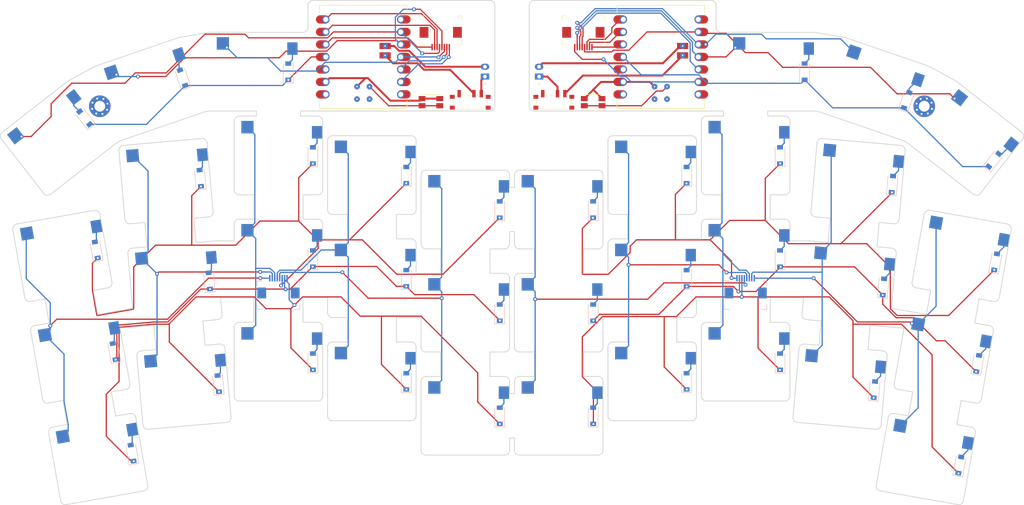
<source format=kicad_pcb>
(kicad_pcb (version 20221018) (generator pcbnew)
  (title_block (title "matrix_pcb") (rev "rev1.0") (company "Nikservik"))
  (layers (0 "F.Cu" signal) (31 "B.Cu" signal) (34 "B.Paste" user) (35 "F.Paste" user) (36 "B.SilkS" user "B.Silkscreen") (37 "F.SilkS" user "F.Silkscreen") (38 "B.Mask" user) (39 "F.Mask" user) (44 "Edge.Cuts" user))
  (net 0 "")
  (net 1 "C1")
  (net 2 "pinky_home")
  (net 3 "pinky_top")
  (net 4 "pinky_bottom")
  (net 5 "C2")
  (net 6 "ring_home")
  (net 7 "ring_top")
  (net 8 "ring_bottom")
  (net 9 "C3")
  (net 10 "middle_home")
  (net 11 "middle_top")
  (net 12 "middle_bottom")
  (net 13 "C4")
  (net 14 "index_home")
  (net 15 "index_top")
  (net 16 "index_bottom")
  (net 17 "C5")
  (net 18 "inner_home")
  (net 19 "inner_top")
  (net 20 "inner_bottom")
  (net 21 "C10")
  (net 22 "mirror_pinky_home")
  (net 23 "mirror_pinky_top")
  (net 24 "mirror_pinky_bottom")
  (net 25 "C9")
  (net 26 "mirror_ring_home")
  (net 27 "mirror_ring_top")
  (net 28 "mirror_ring_bottom")
  (net 29 "C8")
  (net 30 "mirror_middle_home")
  (net 31 "mirror_middle_top")
  (net 32 "mirror_middle_bottom")
  (net 33 "C7")
  (net 34 "mirror_index_home")
  (net 35 "mirror_index_top")
  (net 36 "mirror_index_bottom")
  (net 37 "C6")
  (net 38 "mirror_inner_home")
  (net 39 "mirror_inner_top")
  (net 40 "mirror_inner_bottom")
  (net 41 "CT3")
  (net 42 "near_only")
  (net 43 "CT4")
  (net 44 "home_only")
  (net 45 "CT5")
  (net 46 "far_only")
  (net 47 "CT8")
  (net 48 "mirror_near_only")
  (net 49 "CT7")
  (net 50 "mirror_home_only")
  (net 51 "CT6")
  (net 52 "mirror_far_only")
  (net 53 "RL2")
  (net 54 "RL1")
  (net 55 "RL3")
  (net 56 "RR2")
  (net 57 "RR1")
  (net 58 "RR3")
  (net 59 "RLT4")
  (net 60 "RRT4")
  (net 61 "P0")
  (net 62 "CT1")
  (net 63 "CT2")
  (net 64 "P6")
  (net 65 "RLT1")
  (net 66 "RLT2")
  (net 67 "RLT3")
  (net 68 "RAW3V3")
  (net 69 "GND")
  (net 70 "RAW5V")
  (net 71 "BATP")
  (net 72 "BATN")
  (net 73 "RST")
  (net 74 "CLK")
  (net 75 "DIO")
  (net 76 "BAT_P")
  (net 77 "RP0")
  (net 78 "CT10")
  (net 79 "CT9")
  (net 80 "RP6")
  (net 81 "RRT1")
  (net 82 "RRT2")
  (net 83 "RRT3")
  (net 84 "RRAW3V3")
  (net 85 "RGND")
  (net 86 "RRAW5V")
  (net 87 "RBATP")
  (net 88 "RBATN")
  (net 89 "RRST")
  (net 90 "RCLK")
  (net 91 "RDIO")
  (net 92 "RBAT_P")
  (footprint "MX" (layer "F.Cu") (at 140.291967 100.85441)
    (fp_text reference "S9" hide)
    (fp_text value "" hide)
  )
  (footprint "MX" (layer "F.Cu") (at 240.291967 41.88441)
    (fp_text reference "S31" hide)
    (fp_text value "" hide)
  )
  (footprint "power_switch" (layer "F.Cu") (at 196.291967 48.08441 -90)
    (fp_text reference "SW1" hide)
    (fp_text value "")
  )
  (footprint "MX" (layer "F.Cu") (at 256.33414 85.034956 -5)
    (fp_text reference "S19" hide)
    (fp_text value "" hide)
  )
  (footprint "MX" (layer "F.Cu") (at 235.291967 79.88441)
    (fp_text reference "S22" hide)
    (fp_text value "" hide)
  )
  (footprint "Bridge holes 6 x 1mm" (layer "F.Cu") (at 235.291967 50.41441)
    (fp_text reference "_12" hide)
    (fp_text value "")
  )
  (footprint "Seeeduino XIAO nRF52840" (layer "F.Cu") (at 157.541967 38.88441 180)
    (fp_text reference "")
    (fp_text value "")
  )
  (footprint "MX" (layer "F.Cu") (at 235.291967 58.91441)
    (fp_text reference "S23" hide)
    (fp_text value "" hide)
  )
  (footprint "Bridge holes 6 x 1mm" (layer "F.Cu") (at 140.291967 50.41441)
    (fp_text reference "_11" hide)
    (fp_text value "")
  )
  (footprint "MX" (layer "F.Cu") (at 100 100 10)
    (fp_text reference "S1" hide)
    (fp_text value "" hide)
  )
  (footprint "MX" (layer "F.Cu") (at 271.942532 120.651419 -10)
    (fp_text reference "S18" hide)
    (fp_text value "" hide)
  )
  (footprint "HKWClamshellSocket" (layer "F.Cu") (at 173.291967 33.88441)
    (fp_text reference "_7" hide)
    (fp_text value "" hide)
  )
  (footprint "Seeeduino XIAO nRF52840" (layer "F.Cu") (at 218.041967 38.88441 180)
    (fp_text reference "")
    (fp_text value "")
  )
  (footprint "MX" (layer "F.Cu") (at 178.291967 111.85441)
    (fp_text reference "S15" hide)
    (fp_text value "" hide)
  )
  (footprint "MX" (layer "F.Cu") (at 197.291967 69.91441)
    (fp_text reference "S29" hide)
    (fp_text value "" hide)
  )
  (footprint "MX" (layer "F.Cu") (at 117.422139 64.144753 5)
    (fp_text reference "S5" hide)
    (fp_text value "" hide)
  )
  (footprint "MX" (layer "F.Cu") (at 159.291967 62.91441)
    (fp_text reference "S11" hide)
    (fp_text value "" hide)
  )
  (footprint "MX" (layer "F.Cu") (at 261.401967 45.40441 -18.952)
    (fp_text reference "S32" hide)
    (fp_text value "" hide)
  )
  (footprint "MX" (layer "F.Cu") (at 95.359531 55.589614 37.904)
    (fp_text reference "S36" hide)
    (fp_text value "" hide)
  )
  (footprint "MX" (layer "F.Cu") (at 280.224404 55.589614 -37.904)
    (fp_text reference "S33" hide)
    (fp_text value "" hide)
  )
  (footprint "MX" (layer "F.Cu") (at 235.291967 100.85441)
    (fp_text reference "S24" hide)
    (fp_text value "" hide)
  )
  (footprint "MX" (layer "F.Cu") (at 103.641402 120.651419 10)
    (fp_text reference "S3" hide)
    (fp_text value "" hide)
  )
  (footprint "MountingHole_2.2mm_M2_Pad_Via" (layer "F.Cu") (at 103.967424 48.91199 18.952)
    (fp_text reference "_8" hide)
    (fp_text value "")
  )
  (footprint "MX" (layer "F.Cu") (at 159.291967 104.85441)
    (fp_text reference "S12" hide)
    (fp_text value "" hide)
  )
  (footprint "MX" (layer "F.Cu") (at 114.181967 45.40441 18.952)
    (fp_text reference "S35" hide)
    (fp_text value "" hide)
  )
  (footprint "MX" (layer "F.Cu") (at 96.358598 79.348581 10)
    (fp_text reference "S2" hide)
    (fp_text value "" hide)
  )
  (footprint "MX" (layer "F.Cu") (at 197.291967 111.85441)
    (fp_text reference "S30" hide)
    (fp_text value "" hide)
  )
  (footprint "sw_reset_side" (layer "F.Cu") (at 171.291967 48.08441 -90)
    (fp_text reference "SW4" hide)
    (fp_text value "")
  )
  (footprint "MX" (layer "F.Cu") (at 216.291967 62.91441)
    (fp_text reference "S26" hide)
    (fp_text value "" hide)
  )
  (footprint "MX" (layer "F.Cu") (at 279.225337 79.348581 -10)
    (fp_text reference "S17" hide)
    (fp_text value "" hide)
  )
  (footprint "MX" (layer "F.Cu") (at 254.506483 105.925158 -5)
    (fp_text reference "S21" hide)
    (fp_text value "" hide)
  )
  (footprint "MX" (layer "F.Cu") (at 178.291967 69.91441)
    (fp_text reference "S14" hide)
    (fp_text value "" hide)
  )
  (footprint "MX" (layer "F.Cu") (at 216.291967 104.85441)
    (fp_text reference "S27" hide)
    (fp_text value "" hide)
  )
  (footprint "Bridge holes 6 x 1mm" (layer "F.Cu") (at 187.791967 69.91441 90)
    (fp_text reference "_9" hide)
    (fp_text value "")
  )
  (footprint "power_switch" (layer "F.Cu") (at 179.291967 48.08441 -90)
    (fp_text reference "SW3" hide)
    (fp_text value "")
  )
  (footprint "BatteryPad" (layer "F.Cu") (at 182.291967 41.88441 90)
    (fp_text reference "BAT2" hide)
    (fp_text value "" hide)
  )
  (footprint "HKWClamshellSocket" (layer "F.Cu") (at 202.291967 33.88441)
    (fp_text reference "_3" hide)
    (fp_text value "" hide)
  )
  (footprint "Bridge holes 6 x 1mm" (layer "F.Cu") (at 187.791967 111.85441 90)
    (fp_text reference "_10" hide)
    (fp_text value "")
  )
  (footprint "MX" (layer "F.Cu") (at 119.249795 85.034956 5)
    (fp_text reference "S4" hide)
    (fp_text value "" hide)
  )
  (footprint "BatteryPad" (layer "F.Cu") (at 193.291967 41.88441 90)
    (fp_text reference "BAT1" hide)
    (fp_text value "" hide)
  )
  (footprint "MX" (layer "F.Cu") (at 135.291967 41.88441)
    (fp_text reference "S34" hide)
    (fp_text value "" hide)
  )
  (footprint "MountingHole_2.2mm_M2_Pad_Via" (layer "F.Cu") (at 271.61651 48.91199 -18.952)
    (fp_text reference "_4" hide)
    (fp_text value "")
  )
  (footprint "MX" (layer "F.Cu") (at 159.291967 83.88441)
    (fp_text reference "S10" hide)
    (fp_text value "" hide)
  )
  (footprint "MX" (layer "F.Cu") (at 258.161795 64.144753 -5)
    (fp_text reference "S20" hide)
    (fp_text value "" hide)
  )
  (footprint "MX" (layer "F.Cu") (at 140.291967 58.91441)
    (fp_text reference "S8" hide)
    (fp_text value "" hide)
  )
  (footprint "MX" (layer "F.Cu") (at 178.291967 90.88441)
    (fp_text reference "S13" hide)
    (fp_text value "" hide)
  )
  (footprint "MX" (layer "F.Cu") (at 216.291967 83.88441)
    (fp_text reference "S25" hide)
    (fp_text value "" hide)
  )
  (footprint "MX" (layer "F.Cu") (at 275.583934 100 -10)
    (fp_text reference "S16" hide)
    (fp_text value "" hide)
  )
  (footprint "MX" (layer "F.Cu") (at 140.291967 79.88441)
    (fp_text reference "S7" hide)
    (fp_text value "" hide)
  )
  (footprint "MX" (layer "F.Cu") (at 121.077451 105.925158 5)
    (fp_text reference "S6" hide)
    (fp_text value "" hide)
  )
  (footprint "sw_reset_side" (layer "F.Cu") (at 204.291967 48.08441 -90)
    (fp_text reference "SW2" hide)
    (fp_text value "")
  )
  (footprint "MX" (layer "F.Cu") (at 197.291967 90.88441)
    (fp_text reference "S28" hide)
    (fp_text value "" hide)
  )
  (footprint "SmdDiode" (layer "B.Cu") (at 204.291967 90.88441 90)
    (fp_text reference "D28" hide)
    (fp_text value "" hide)
  )
  (footprint "SmdDiode" (layer "B.Cu") (at 223.291967 104.85441 90)
    (fp_text reference "D27" hide)
    (fp_text value "" hide)
  )
  (footprint "SmdDiode" (layer "B.Cu") (at 265.135158 64.754843 85)
    (fp_text reference "D20" hide)
    (fp_text value "" hide)
  )
  (footprint "SmdDiode" (layer "B.Cu") (at 242.291967 58.91441 90)
    (fp_text reference "D23" hide)
    (fp_text value "" hide)
  )
  (footprint "SmdDiode" (layer "B.Cu") (at 147.291967 58.91441 90)
    (fp_text reference "D8" hide)
    (fp_text value "" hide)
  )
  (footprint "SmdDiode" (layer "B.Cu") (at 185.291967 111.85441 90)
    (fp_text reference "D15" hide)
    (fp_text value "" hide)
  )
  (footprint "SmdDiode" (layer "B.Cu") (at 100.882819 51.289232 127.904)
    (fp_text reference "D36" hide)
    (fp_text value "" hide)
  )
  (footprint "SmdDiode" (layer "B.Cu") (at 247.291967 41.88441 90)
    (fp_text reference "D31" hide)
    (fp_text value "" hide)
  )
  (footprint "SmdDiode" (layer "B.Cu") (at 286.118991 80.564119 80)
    (fp_text reference "D17" hide)
    (fp_text value "" hide)
  )
  (footprint "SmdDiode" (layer "B.Cu") (at 147.291967 79.88441 90)
    (fp_text reference "D7" hide)
    (fp_text value "" hide)
  )
  (footprint "SmdDiode" (layer "B.Cu") (at 268.022504 47.677842 71.048)
    (fp_text reference "D32" hide)
    (fp_text value "" hide)
  )
  (footprint "SmdDiode" (layer "B.Cu") (at 278.836186 121.866956 80)
    (fp_text reference "D18" hide)
    (fp_text value "" hide)
  )
  (footprint "SmdDiode" (layer "B.Cu") (at 124.395502 63.534662 95)
    (fp_text reference "D5" hide)
    (fp_text value "" hide)
  )
  (footprint "SmdDiode" (layer "B.Cu") (at 223.291967 62.91441 90)
    (fp_text reference "D26" hide)
    (fp_text value "" hide)
  )
  (footprint "SmdDiode" (layer "B.Cu") (at 285.747692 59.889996 52.096)
    (fp_text reference "D33" hide)
    (fp_text value "" hide)
  )
  (footprint "SmdDiode" (layer "B.Cu") (at 282.477589 101.215537 80)
    (fp_text reference "D16" hide)
    (fp_text value "" hide)
  )
  (footprint "SmdDiode" (layer "B.Cu") (at 261.479846 106.535249 85)
    (fp_text reference "D21" hide)
    (fp_text value "" hide)
  )
  (footprint "SmdDiode" (layer "B.Cu") (at 204.291967 111.85441 90)
    (fp_text reference "D30" hide)
    (fp_text value "" hide)
  )
  (footprint "SmdDiode" (layer "B.Cu") (at 110.535057 119.435881 100)
    (fp_text reference "D3" hide)
    (fp_text value "" hide)
  )
  (footprint "SmdDiode" (layer "B.Cu") (at 263.307502 85.645046 85)
    (fp_text reference "D19" hide)
    (fp_text value "" hide)
  )
  (footprint "SmdDiode" (layer "B.Cu") (at 204.291967 69.91441 90)
    (fp_text reference "D29" hide)
    (fp_text value "" hide)
  )
  (footprint "SmdDiode" (layer "B.Cu") (at 106.893654 98.784463 100)
    (fp_text reference "D1" hide)
    (fp_text value "" hide)
  )
  (footprint "SmdDiode" (layer "B.Cu") (at 142.291967 41.88441 90)
    (fp_text reference "D34" hide)
    (fp_text value "" hide)
  )
  (footprint "SmdDiode" (layer "B.Cu") (at 185.291967 90.88441 90)
    (fp_text reference "D13" hide)
    (fp_text value "" hide)
  )
  (footprint "SmdDiode" (layer "B.Cu") (at 120.802504 43.130979 108.952)
    (fp_text reference "D35" hide)
    (fp_text value "" hide)
  )
  (footprint "SmdDiode" (layer "B.Cu") (at 166.291967 83.88441 90)
    (fp_text reference "D10" hide)
    (fp_text value "" hide)
  )
  (footprint "SmdDiode" (layer "B.Cu") (at 126.223158 84.424865 95)
    (fp_text reference "D4" hide)
    (fp_text value "" hide)
  )
  (footprint "SmdDiode" (layer "B.Cu") (at 166.291967 62.91441 90)
    (fp_text reference "D11" hide)
    (fp_text value "" hide)
  )
  (footprint "SmdDiode" (layer "B.Cu") (at 128.050814 105.315068 95)
    (fp_text reference "D6" hide)
    (fp_text value "" hide)
  )
  (footprint "SmdDiode" (layer "B.Cu") (at 147.291967 100.85441 90)
    (fp_text reference "D9" hide)
    (fp_text value "" hide)
  )
  (footprint "SmdDiode" (layer "B.Cu") (at 242.291967 100.85441 90)
    (fp_text reference "D24" hide)
    (fp_text value "" hide)
  )
  (footprint "HKWClamshellSocket" (layer "B.Cu") (at 140.291967 86.88441 180)
    (fp_text reference "_1" hide)
    (fp_text value "" hide)
  )
  (footprint "HKWClamshellSocket" (layer "B.Cu") (at 235.291967 86.88441 180)
    (fp_text reference "_5" hide)
    (fp_text value "" hide)
  )
  (footprint "SmdDiode" (layer "B.Cu") (at 185.291967 69.91441 90)
    (fp_text reference "D14" hide)
    (fp_text value "" hide)
  )
  (footprint "SmdDiode" (layer "B.Cu") (at 223.291967 83.88441 90)
    (fp_text reference "D25" hide)
    (fp_text value "" hide)
  )
  (footprint "SmdDiode" (layer "B.Cu") (at 166.291967 104.85441 90)
    (fp_text reference "D12" hide)
    (fp_text value "" hide)
  )
  (footprint "SmdDiode" (layer "B.Cu") (at 242.291967 79.88441 90)
    (fp_text reference "D22" hide)
    (fp_text value "" hide)
  )
  (footprint "SmdDiode" (layer "B.Cu") (at 103.252252 78.133044 100)
    (fp_text reference "D2" hide)
    (fp_text value "" hide)
  )
  (gr_line (start 252.050412 76.629619) (end 249.061828 76.368152) (stroke (width 0.15)) (layer "Edge.Cuts"))
  (gr_arc (start 228.291967 27.38441) (mid 228.999074 27.677303) (end 229.291967 28.38441) (stroke (width 0.15)) (layer "Edge.Cuts"))
  (gr_arc (start 169.291967 104.85441) (mid 169.58486 104.147303) (end 170.291967 103.85441) (stroke (width 0.15)) (layer "Edge.Cuts"))
  (gr_line (start 243.291967 71.88441) (end 240.291967 71.88441) (stroke (width 0.15)) (layer "Edge.Cuts"))
  (gr_line (start 183.291967 98.88441) (end 186.291967 98.88441) (stroke (width 0.15)) (layer "Edge.Cuts"))
  (gr_line (start 206.291967 97.88441) (end 206.291967 91.88441) (stroke (width 0.15)) (layer "Edge.Cuts"))
  (gr_line (start 187.291967 118.85441) (end 187.291967 116.35441) (stroke (width 0.15)) (layer "Edge.Cuts"))
  (gr_arc (start 266.316287 106.489277) (mid 265.670783 106.078046) (end 265.505127 105.330821) (stroke (width 0.15)) (layer "Edge.Cuts"))
  (gr_line (start 207.291967 55.91441) (end 207.291967 69.91441) (stroke (width 0.15)) (layer "Edge.Cuts"))
  (gr_arc (start 89.921193 94.66918) (mid 90.086848 93.921955) (end 90.732352 93.510723) (stroke (width 0.15)) (layer "Edge.Cuts"))
  (gr_line (start 145.291967 71.88441) (end 145.291967 66.91441) (stroke (width 0.15)) (layer "Edge.Cuts"))
  (gr_arc (start 167.291967 75.88441) (mid 167.999074 76.177303) (end 168.291967 76.88441) (stroke (width 0.15)) (layer "Edge.Cuts"))
  (gr_line (start 183.291967 27.38441) (end 147.291967 27.38441) (stroke (width 0.15)) (layer "Edge.Cuts"))
  (gr_arc (start 226.291967 51.91441) (mid 226.58486 51.207303) (end 227.291967 50.91441) (stroke (width 0.15)) (layer "Edge.Cuts"))
  (gr_arc (start 102.847875 70.080935) (mid 103.595099 70.246591) (end 104.00633 70.892094) (stroke (width 0.15)) (layer "Edge.Cuts"))
  (gr_arc (start 107.846296 57.955791) (mid 108.076447 57.225848) (end 108.755336 56.872441) (stroke (width 0.15)) (layer "Edge.Cuts"))
  (gr_line (start 221.291967 70.91441) (end 224.291967 70.91441) (stroke (width 0.15)) (layer "Edge.Cuts"))
  (gr_arc (start 124.69445 55.477949) (mid 125.424394 55.708099) (end 125.777801 56.386988) (stroke (width 0.15)) (layer "Edge.Cuts"))
  (gr_line (start 249.494992 71.417064) (end 252.483576 71.678532) (stroke (width 0.15)) (layer "Edge.Cuts"))
  (gr_line (start 93.961923 66.816666) (end 107.308867 56.424857) (stroke (width 0.15)) (layer "Edge.Cuts"))
  (gr_line (start 192.291967 98.88441) (end 192.291967 103.85441) (stroke (width 0.15)) (layer "Edge.Cuts"))
  (gr_line (start 97.328178 113.641197) (end 94.373755 114.162142) (stroke (width 0.15)) (layer "Edge.Cuts"))
  (gr_arc (start 286.873069 87.805069) (mid 286.461838 88.450573) (end 285.714613 88.616229) (stroke (width 0.15)) (layer "Edge.Cuts"))
  (gr_arc (start 110.078807 105.33082) (mid 109.913152 106.078045) (end 109.267648 106.489277) (stroke (width 0.15)) (layer "Edge.Cuts"))
  (gr_line (start 167.291967 96.85441) (end 164.291967 96.85441) (stroke (width 0.15)) (layer "Edge.Cuts"))
  (gr_arc (start 93.562595 115.320598) (mid 93.728251 114.573373) (end 94.373755 114.162142) (stroke (width 0.15)) (layer "Edge.Cuts"))
  (gr_line (start 167.291967 75.88441) (end 164.291967 75.88441) (stroke (width 0.15)) (layer "Edge.Cuts"))
  (gr_line (start 264.934242 89.998759) (end 272.049081 91.253297) (stroke (width 0.15)) (layer "Edge.Cuts"))
  (gr_line (start 168.291967 111.85441) (end 168.291967 97.85441) (stroke (width 0.15)) (layer "Edge.Cuts"))
  (gr_line (start 123.533522 76.629619) (end 123.100358 71.678532) (stroke (width 0.15)) (layer "Edge.Cuts"))
  (gr_arc (start 243.291967 71.88441) (mid 243.999074 72.177303) (end 244.291967 72.88441) (stroke (width 0.15)) (layer "Edge.Cuts"))
  (gr_arc (start 170.291967 98.88441) (mid 169.58486 98.591517) (end 169.291967 97.88441) (stroke (width 0.15)) (layer "Edge.Cuts"))
  (gr_arc (start 151.291967 91.88441) (mid 150.58486 91.591517) (end 150.291967 90.88441) (stroke (width 0.15)) (layer "Edge.Cuts"))
  (gr_line (start 221.291967 91.88441) (end 224.291967 91.88441) (stroke (width 0.15)) (layer "Edge.Cuts"))
  (gr_line (start 188.291967 104.85441) (end 188.291967 107.35441) (stroke (width 0.15)) (layer "Edge.Cuts"))
  (gr_arc (start 188.291967 83.88441) (mid 188.58486 83.177303) (end 189.291967 82.88441) (stroke (width 0.15)) (layer "Edge.Cuts"))
  (gr_arc (start 283.025392 66.641965) (mid 282.359883 67.019965) (end 281.622011 66.816666) (stroke (width 0.15)) (layer "Edge.Cuts"))
  (gr_line (start 188.291967 107.35441) (end 187.291967 107.35441) (stroke (width 0.15)) (layer "Edge.Cuts"))
  (gr_line (start 151.291967 70.91441) (end 154.291967 70.91441) (stroke (width 0.15)) (layer "Edge.Cuts"))
  (gr_line (start 186.291967 61.91441) (end 170.291967 61.91441) (stroke (width 0.15)) (layer "Edge.Cuts"))
  (gr_line (start 187.291967 116.35441) (end 188.291967 116.35441) (stroke (width 0.15)) (layer "Edge.Cuts"))
  (gr_arc (start 189.291967 77.91441) (mid 188.58486 77.621517) (end 188.291967 76.91441) (stroke (width 0.15)) (layer "Edge.Cuts"))
  (gr_arc (start 128.349762 97.258355) (mid 129.079706 97.488505) (end 129.433113 98.167394) (stroke (width 0.15)) (layer "Edge.Cuts"))
  (gr_line (start 202.291967 103.85441) (end 202.291967 98.88441) (stroke (width 0.15)) (layer "Edge.Cuts"))
  (gr_line (start 151.291967 75.88441) (end 149.291967 75.88441) (stroke (width 0.15)) (layer "Edge.Cuts"))
  (gr_line (start 260.617867 93.440292) (end 267.495648 94.04202) (stroke (width 0.15)) (layer "Edge.Cuts"))
  (gr_line (start 267.387385 55.932114) (end 268.208311 56.372881) (stroke (width 0.15)) (layer "Edge.Cuts"))
  (gr_line (start 187.291967 107.35441) (end 187.291967 104.85441) (stroke (width 0.15)) (layer "Edge.Cuts"))
  (gr_line (start 135.291967 71.88441) (end 132.291967 71.88441) (stroke (width 0.15)) (layer "Edge.Cuts"))
  (gr_line (start 110.649693 89.998759) (end 106.489277 90.732353) (stroke (width 0.15)) (layer "Edge.Cuts"))
  (gr_arc (start 226.291967 93.85441) (mid 226.58486 93.147303) (end 227.291967 92.85441) (stroke (width 0.15)) (layer "Edge.Cuts"))
  (gr_arc (start 146.291967 32.88441) (mid 145.999074 33.591517) (end 145.291967 33.88441) (stroke (width 0.15)) (layer "Edge.Cuts"))
  (gr_line (start 229.291967 32.88441) (end 229.291967 28.38441) (stroke (width 0.15)) (layer "Edge.Cuts"))
  (gr_line (start 93.510723 109.267647) (end 96.465147 108.746703) (stroke (width 0.15)) (layer "Edge.Cuts"))
  (gr_line (start 226.291967 51.91441) (end 226.291967 65.91441) (stroke (width 0.15)) (layer "Edge.Cuts"))
  (gr_line (start 268.407679 111.904716) (end 265.453256 111.383771) (stroke (width 0.15)) (layer "Edge.Cuts"))
  (gr_line (start 126.997982 70.333714) (end 125.777801 56.386988) (stroke (width 0.15)) (layer "Edge.Cuts"))
  (gr_line (start 211.291967 91.88441) (end 211.291967 96.85441) (stroke (width 0.15)) (layer "Edge.Cuts"))
  (gr_line (start 249.806133 56.386988) (end 248.585953 70.333714) (stroke (width 0.15)) (layer "Edge.Cuts"))
  (gr_line (start 110.149827 72.811556) (end 113.138411 72.550089) (stroke (width 0.15)) (layer "Edge.Cuts"))
  (gr_arc (start 148.291967 50.91441) (mid 148.999074 51.207303) (end 149.291967 51.91441) (stroke (width 0.15)) (layer "Edge.Cuts"))
  (gr_arc (start 208.291967 112.85441) (mid 207.58486 112.561517) (end 207.291967 111.85441) (stroke (width 0.15)) (layer "Edge.Cuts"))
  (gr_line (start 173.291967 103.85441) (end 170.291967 103.85441) (stroke (width 0.15)) (layer "Edge.Cuts"))
  (gr_arc (start 187.291967 118.85441) (mid 186.999074 119.561517) (end 186.291967 119.85441) (stroke (width 0.15)) (layer "Edge.Cuts"))
  (gr_arc (start 191.291967 28.38441) (mid 191.58486 27.677303) (end 192.291967 27.38441) (stroke (width 0.15)) (layer "Edge.Cuts"))
  (gr_line (start 187.291967 65.41441) (end 187.291967 62.91441) (stroke (width 0.15)) (layer "Edge.Cuts"))
  (gr_line (start 187.291967 97.88441) (end 187.291967 83.88441) (stroke (width 0.15)) (layer "Edge.Cuts"))
  (gr_line (start 164.291967 96.85441) (end 164.291967 91.88441) (stroke (width 0.15)) (layer "Edge.Cuts"))
  (gr_arc (start 208.291967 70.91441) (mid 207.58486 70.621517) (end 207.291967 69.91441) (stroke (width 0.15)) (layer "Edge.Cuts"))
  (gr_line (start 154.291967 70.91441) (end 154.291967 75.88441) (stroke (width 0.15)) (layer "Edge.Cuts"))
  (gr_arc (start 264.294799 112.19493) (mid 264.706031 111.549426) (end 265.453256 111.383771) (stroke (width 0.15)) (layer "Edge.Cuts"))
  (gr_line (start 149.291967 65.91441) (end 149.291967 51.91441) (stroke (width 0.15)) (layer "Edge.Cuts"))
  (gr_arc (start 125.212274 50.075232) (mid 125.293164 50.051219) (end 125.375791 50.034111) (stroke (width 0.15)) (layer "Edge.Cuts"))
  (gr_line (start 188.291967 83.88441) (end 188.291967 97.88441) (stroke (width 0.15)) (layer "Edge.Cuts"))
  (gr_line (start 268.208311 56.372881) (end 281.622011 66.816666) (stroke (width 0.15)) (layer "Edge.Cuts"))
  (gr_line (start 126.374572 33.88441) (end 145.291967 33.88441) (stroke (width 0.15)) (layer "Edge.Cuts"))
  (gr_line (start 173.291967 98.88441) (end 173.291967 103.85441) (stroke (width 0.15)) (layer "Edge.Cuts"))
  (gr_line (start 250.222756 97.519822) (end 247.234172 97.258355) (stroke (width 0.15)) (layer "Edge.Cuts"))
  (gr_line (start 262.674885 127.140695) (end 278.431809 129.919066) (stroke (width 0.15)) (layer "Edge.Cuts"))
  (gr_line (start 135.291967 92.85441) (end 132.291967 92.85441) (stroke (width 0.15)) (layer "Edge.Cuts"))
  (gr_arc (start 168.291967 111.85441) (mid 167.999074 112.561517) (end 167.291967 112.85441) (stroke (width 0.15)) (layer "Edge.Cuts"))
  (gr_line (start 154.291967 91.88441) (end 154.291967 96.85441) (stroke (width 0.15)) (layer "Edge.Cuts"))
  (gr_arc (start 279.590265 129.107906) (mid 279.179034 129.75341) (end 278.431809 129.919066) (stroke (width 0.15)) (layer "Edge.Cuts"))
  (gr_line (start 148.291967 50.91441) (end 144.791967 50.91441) (stroke (width 0.15)) (layer "Edge.Cuts"))
  (gr_line (start 124.694451 55.477949) (end 108.755336 56.872441) (stroke (width 0.15)) (layer "Edge.Cuts"))
  (gr_arc (start 207.291967 76.88441) (mid 207.58486 76.177303) (end 208.291967 75.88441) (stroke (width 0.15)) (layer "Edge.Cuts"))
  (gr_line (start 230.291967 66.91441) (end 230.291967 71.88441) (stroke (width 0.15)) (layer "Edge.Cuts"))
  (gr_line (start 264.934242 89.998759) (end 265.909982 78.845994) (stroke (width 0.15)) (layer "Edge.Cuts"))
  (gr_line (start 277.964601 43.708673) (end 272.584959 40.80035) (stroke (width 0.15)) (layer "Edge.Cuts"))
  (gr_line (start 247.050466 87.88441) (end 246.758297 91.223917) (stroke (width 0.15)) (layer "Edge.Cuts"))
  (gr_line (start 168.291967 82.88441) (end 173.291967 82.88441) (stroke (width 0.15)) (layer "Edge.Cuts"))
  (gr_arc (start 170.291967 119.85441) (mid 169.58486 119.561517) (end 169.291967 118.85441) (stroke (width 0.15)) (layer "Edge.Cuts"))
  (gr_line (start 173.291967 77.91441) (end 173.291967 82.88441) (stroke (width 0.15)) (layer "Edge.Cuts"))
  (gr_line (start 188.291967 62.91441) (end 188.291967 65.41441) (stroke (width 0.15)) (layer "Edge.Cuts"))
  (gr_arc (start 224.291967 54.91441) (mid 224.999074 55.207303) (end 225.291967 55.91441) (stroke (width 0.15)) (layer "Edge.Cuts"))
  (gr_arc (start 206.291967 97.88441) (mid 205.999074 98.591517) (end 205.291967 98.88441) (stroke (width 0.15)) (layer "Edge.Cuts"))
  (gr_line (start 230.291967 71.88441) (end 227.291967 71.88441) (stroke (width 0.15)) (layer "Edge.Cuts"))
  (gr_arc (start 266.828599 56.872441) (mid 267.507488 57.225848) (end 267.737638 57.955792) (stroke (width 0.15)) (layer "Edge.Cuts"))
  (gr_line (start 230.291967 33.88441) (end 249.209362 33.88441) (stroke (width 0.15)) (layer "Edge.Cuts"))
  (gr_line (start 250.65592 92.568734) (end 250.222756 97.519822) (stroke (width 0.15)) (layer "Edge.Cuts"))
  (gr_line (start 244.291967 107.85441) (end 244.291967 93.85441) (stroke (width 0.15)) (layer "Edge.Cuts"))
  (gr_line (start 167.291967 54.91441) (end 151.291967 54.91441) (stroke (width 0.15)) (layer "Edge.Cuts"))
  (gr_line (start 108.268056 55.893721) (end 125.212275 50.075232) (stroke (width 0.15)) (layer "Edge.Cuts"))
  (gr_arc (start 189.291967 119.85441) (mid 188.58486 119.561517) (end 188.291967 118.85441) (stroke (width 0.15)) (layer "Edge.Cuts"))
  (gr_line (start 244.291967 65.91441) (end 244.291967 51.91441) (stroke (width 0.15)) (layer "Edge.Cuts"))
  (gr_arc (start 131.291967 72.88441) (mid 131.58486 72.177303) (end 132.291967 71.88441) (stroke (width 0.15)) (layer "Edge.Cuts"))
  (gr_line (start 127.518301 76.280996) (end 126.522107 76.368152) (stroke (width 0.15)) (layer "Edge.Cuts"))
  (gr_line (start 262.445523 72.550089) (end 265.434107 72.811556) (stroke (width 0.15)) (layer "Edge.Cuts"))
  (gr_arc (start 225.291967 90.88441) (mid 224.999074 91.591517) (end 224.291967 91.88441) (stroke (width 0.15)) (layer "Edge.Cuts"))
  (gr_line (start 149.291967 107.85441) (end 149.291967 93.85441) (stroke (width 0.15)) (layer "Edge.Cuts"))
  (gr_arc (start 146.291967 28.38441) (mid 146.58486 27.677303) (end 147.291967 27.38441) (stroke (width 0.15)) (layer "Edge.Cuts"))
  (gr_line (start 225.291967 87.88441) (end 230.291967 87.88441) (stroke (width 0.15)) (layer "Edge.Cuts"))
  (gr_arc (start 187.291967 76.91441) (mid 186.999074 77.621517) (end 186.291967 77.91441) (stroke (width 0.15)) (layer "Edge.Cuts"))
  (gr_line (start 262.012359 77.501177) (end 262.445523 72.550089) (stroke (width 0.15)) (layer "Edge.Cuts"))
  (gr_line (start 97.480562 43.799311) (end 84.132479 54.192007) (stroke (width 0.15)) (layer "Edge.Cuts"))
  (gr_line (start 248.064967 76.28041) (end 244.291967 76.28041) (stroke (width 0.15)) (layer "Edge.Cuts"))
  (gr_line (start 135.291967 87.88441) (end 135.291967 92.85441) (stroke (width 0.15)) (layer "Edge.Cuts"))
  (gr_line (start 145.291967 66.91441) (end 148.291967 66.91441) (stroke (width 0.15)) (layer "Edge.Cuts"))
  (gr_line (start 225.291967 69.91441) (end 225.291967 55.91441) (stroke (width 0.15)) (layer "Edge.Cuts"))
  (gr_line (start 168.291967 69.91441) (end 168.291967 55.91441) (stroke (width 0.15)) (layer "Edge.Cuts"))
  (gr_line (start 127.518967 76.288606) (end 127.518301 76.280996) (stroke (width 0.15)) (layer "Edge.Cuts"))
  (gr_line (start 284.851582 93.510723) (end 281.897159 92.989779) (stroke (width 0.15)) (layer "Edge.Cuts"))
  (gr_arc (start 132.291967 108.85441) (mid 131.58486 108.561517) (end 131.291967 107.85441) (stroke (width 0.15)) (layer "Edge.Cuts"))
  (gr_line (start 246.150821 98.167394) (end 244.930641 112.11412) (stroke (width 0.15)) (layer "Edge.Cuts"))
  (gr_line (start 240.291967 87.88441) (end 247.050466 87.88441) (stroke (width 0.15)) (layer "Edge.Cuts"))
  (gr_line (start 186.291967 82.88441) (end 183.291967 82.88441) (stroke (width 0.15)) (layer "Edge.Cuts"))
  (gr_arc (start 249.210807 49.88441) (mid 249.291702 49.887687) (end 249.372066 49.897498) (stroke (width 0.15)) (layer "Edge.Cuts"))
  (gr_line (start 170.291967 119.85441) (end 186.291967 119.85441) (stroke (width 0.15)) (layer "Edge.Cuts"))
  (gr_line (start 113.805139 114.591962) (end 129.744254 113.19747) (stroke (width 0.15)) (layer "Edge.Cuts"))
  (gr_line (start 202.291967 82.88441) (end 202.291967 77.91441) (stroke (width 0.15)) (layer "Edge.Cuts"))
  (gr_line (start 186.291967 103.85441) (end 183.291967 103.85441) (stroke (width 0.15)) (layer "Edge.Cuts"))
  (gr_line (start 164.291967 70.91441) (end 167.291967 70.91441) (stroke (width 0.15)) (layer "Edge.Cuts"))
  (gr_line (start 278.255756 113.641197) (end 279.118788 108.746703) (stroke (width 0.15)) (layer "Edge.Cuts"))
  (gr_line (start 111.501608 99.736197) (end 112.721789 113.682923) (stroke (width 0.15)) (layer "Edge.Cuts"))
  (gr_line (start 250.291641 50.047755) (end 267.239118 55.867362) (stroke (width 0.15)) (layer "Edge.Cuts"))
  (gr_line (start 230.791967 50.91441) (end 227.291967 50.91441) (stroke (width 0.15)) (layer "Edge.Cuts"))
  (gr_arc (start 225.291967 69.91441) (mid 224.999074 70.621517) (end 224.291967 70.91441) (stroke (width 0.15)) (layer "Edge.Cuts"))
  (gr_arc (start 266.517457 71.902518) (mid 266.16405 72.581406) (end 265.434107 72.811556) (stroke (width 0.15)) (layer "Edge.Cuts"))
  (gr_arc (start 265.000942 77.762644) (mid 265.679831 78.116051) (end 265.909982 78.845994) (stroke (width 0.15)) (layer "Edge.Cuts"))
  (gr_arc (start 186.291967 61.91441) (mid 186.999074 62.207303) (end 187.291967 62.91441) (stroke (width 0.15)) (layer "Edge.Cuts"))
  (gr_line (start 271.577604 70.892094) (end 269.14653 84.679402) (stroke (width 0.15)) (layer "Edge.Cuts"))
  (gr_arc (start 245.839681 113.19747) (mid 245.160792 112.844063) (end 244.930641 112.11412) (stroke (width 0.15)) (layer "Edge.Cuts"))
  (gr_line (start 131.291967 72.88441) (end 131.291967 76.28041) (stroke (width 0.15)) (layer "Edge.Cuts"))
  (gr_line (start 150.291967 97.85441) (end 150.291967 111.85441) (stroke (width 0.15)) (layer "Edge.Cuts"))
  (gr_line (start 230.291967 87.88441) (end 230.291967 92.85441) (stroke (width 0.15)) (layer "Edge.Cuts"))
  (gr_line (start 183.291967 77.91441) (end 186.291967 77.91441) (stroke (width 0.15)) (layer "Edge.Cuts"))
  (gr_line (start 207.291967 76.88441) (end 207.291967 82.88441) (stroke (width 0.15)) (layer "Edge.Cuts"))
  (gr_arc (start 86.27979 74.017761) (mid 86.445446 73.270536) (end 87.09095 72.859305) (stroke (width 0.15)) (layer "Edge.Cuts"))
  (gr_line (start 202.291967 82.88441) (end 207.291967 82.88441) (stroke (width 0.15)) (layer "Edge.Cuts"))
  (gr_line (start 282.76019 88.095284) (end 285.714613 88.616229) (stroke (width 0.15)) (layer "Edge.Cuts"))
  (gr_line (start 228.291967 27.38441) (end 192.291967 27.38441) (stroke (width 0.15)) (layer "Edge.Cuts"))
  (gr_line (start 102.847874 70.080934) (end 87.09095 72.859305) (stroke (width 0.15)) (layer "Edge.Cuts"))
  (gr_arc (start 243.291967 50.91441) (mid 243.999074 51.207303) (end 244.291967 51.91441) (stroke (width 0.15)) (layer "Edge.Cuts"))
  (gr_line (start 135.291967 66.91441) (end 135.291967 71.88441) (stroke (width 0.15)) (layer "Edge.Cuts"))
  (gr_arc (start 272.434166 40.734238) (mid 272.510925 40.764185) (end 272.584959 40.80035) (stroke (width 0.15)) (layer "Edge.Cuts"))
  (gr_line (start 202.291967 77.91441) (end 205.291967 77.91441) (stroke (width 0.15)) (layer "Edge.Cuts"))
  (gr_line (start 93.686776 92.989779) (end 90.732353 93.510723) (stroke (width 0.15)) (layer "Edge.Cuts"))
  (gr_line (start 113.571576 77.501177) (end 110.582991 77.762644) (stroke (width 0.15)) (layer "Edge.Cuts"))
  (gr_line (start 108.268056 55.893721) (end 107.450164 56.332859) (stroke (width 0.15)) (layer "Edge.Cuts"))
  (gr_line (start 283.231667 108.456488) (end 285.662741 94.669179) (stroke (width 0.15)) (layer "Edge.Cuts"))
  (gr_line (start 107.176256 111.904716) (end 106.313224 107.010221) (stroke (width 0.15)) (layer "Edge.Cuts"))
  (gr_line (start 272.434167 40.734237) (end 255.566708 34.942107) (stroke (width 0.15)) (layer "Edge.Cuts"))
  (gr_arc (start 149.291967 65.91441) (mid 148.999074 66.621517) (end 148.291967 66.91441) (stroke (width 0.15)) (layer "Edge.Cuts"))
  (gr_line (start 225.291967 111.85441) (end 225.291967 97.85441) (stroke (width 0.15)) (layer "Edge.Cuts"))
  (gr_arc (start 205.291967 103.85441) (mid 205.999074 104.147303) (end 206.291967 104.85441) (stroke (width 0.15)) (layer "Edge.Cuts"))
  (gr_line (start 97.619334 43.708673) (end 102.998975 40.80035) (stroke (width 0.15)) (layer "Edge.Cuts"))
  (gr_line (start 224.291967 96.85441) (end 221.291967 96.85441) (stroke (width 0.15)) (layer "Edge.Cuts"))
  (gr_arc (start 192.291967 49.88441) (mid 191.58486 49.591517) (end 191.291967 48.88441) (stroke (width 0.15)) (layer "Edge.Cuts"))
  (gr_line (start 262.862146 113.682923) (end 264.082326 99.736197) (stroke (width 0.15)) (layer "Edge.Cuts"))
  (gr_arc (start 151.291967 112.85441) (mid 150.58486 112.561517) (end 150.291967 111.85441) (stroke (width 0.15)) (layer "Edge.Cuts"))
  (gr_arc (start 206.291967 76.91441) (mid 205.999074 77.621517) (end 205.291967 77.91441) (stroke (width 0.15)) (layer "Edge.Cuts"))
  (gr_arc (start 186.291967 103.85441) (mid 186.999074 104.147303) (end 187.291967 104.85441) (stroke (width 0.15)) (layer "Edge.Cuts"))
  (gr_arc (start 243.291967 92.85441) (mid 243.999074 93.147303) (end 244.291967 93.85441) (stroke (width 0.15)) (layer "Edge.Cuts"))
  (gr_line (start 211.291967 70.91441) (end 211.291967 75.88441) (stroke (width 0.15)) (layer "Edge.Cuts"))
  (gr_line (start 281.21018 114.162142) (end 278.255756 113.641197) (stroke (width 0.15)) (layer "Edge.Cuts"))
  (gr_line (start 227.291967 66.91441) (end 230.291967 66.91441) (stroke (width 0.15)) (layer "Edge.Cuts"))
  (gr_line (start 249.061828 76.368152) (end 248.065633 76.280996) (stroke (width 0.15)) (layer "Edge.Cuts"))
  (gr_arc (start 262.862146 113.682923) (mid 262.508739 114.361812) (end 261.778795 114.591962) (stroke (width 0.15)) (layer "Edge.Cuts"))
  (gr_arc (start 168.291967 69.91441) (mid 167.999074 70.621517) (end 167.291967 70.91441) (stroke (width 0.15)) (layer "Edge.Cuts"))
  (gr_line (start 125.361178 97.519822) (end 124.928014 92.568734) (stroke (width 0.15)) (layer "Edge.Cuts"))
  (gr_arc (start 189.291967 98.88441) (mid 188.58486 98.591517) (end 188.291967 97.88441) (stroke (width 0.15)) (layer "Edge.Cuts"))
  (gr_line (start 131.291967 76.28041) (end 127.518967 76.28041) (stroke (width 0.15)) (layer "Edge.Cuts"))
  (gr_line (start 96.465147 108.746703) (end 97.328178 113.641197) (stroke (width 0.15)) (layer "Edge.Cuts"))
  (gr_line (start 154.291967 75.88441) (end 151.291967 75.88441) (stroke (width 0.15)) (layer "Edge.Cuts"))
  (gr_line (start 202.291967 98.88441) (end 205.291967 98.88441) (stroke (width 0.15)) (layer "Edge.Cuts"))
  (gr_line (start 187.291967 76.91441) (end 187.291967 74.41441) (stroke (width 0.15)) (layer "Edge.Cuts"))
  (gr_arc (start 126.210482 33.897965) (mid 126.292248 33.887805) (end 126.374572 33.88441) (stroke (width 0.15)) (layer "Edge.Cuts"))
  (gr_line (start 86.279791 74.017761) (end 88.710865 87.805069) (stroke (width 0.15)) (layer "Edge.Cuts"))
  (gr_line (start 103.534853 91.253297) (end 102.671822 86.358803) (stroke (width 0.15)) (layer "Edge.Cuts"))
  (gr_line (start 110.078807 105.330821) (end 108.088287 94.04202) (stroke (width 0.15)) (layer "Edge.Cuts"))
  (gr_line (start 132.291967 108.85441) (end 148.291967 108.85441) (stroke (width 0.15)) (layer "Edge.Cuts"))
  (gr_arc (start 131.291967 93.85441) (mid 131.58486 93.147303) (end 132.291967 92.85441) (stroke (width 0.15)) (layer "Edge.Cuts"))
  (gr_line (start 207.291967 97.85441) (end 207.291967 111.85441) (stroke (width 0.15)) (layer "Edge.Cuts"))
  (gr_line (start 189.291967 119.85441) (end 205.291967 119.85441) (stroke (width 0.15)) (layer "Edge.Cuts"))
  (gr_arc (start 183.291967 27.38441) (mid 183.999074 27.677303) (end 184.291967 28.38441) (stroke (width 0.15)) (layer "Edge.Cuts"))
  (gr_line (start 127.518967 76.28041) (end 127.518967 76.288606) (stroke (width 0.15)) (layer "Edge.Cuts"))
  (gr_arc (start 167.291967 54.91441) (mid 167.999074 55.207303) (end 168.291967 55.91441) (stroke (width 0.15)) (layer "Edge.Cuts"))
  (gr_arc (start 106.437405 84.679402) (mid 106.271749 85.426627) (end 105.626245 85.837858) (stroke (width 0.15)) (layer "Edge.Cuts"))
  (gr_arc (start 113.80514 114.591962) (mid 113.075196 114.361812) (end 112.721789 113.682923) (stroke (width 0.15)) (layer "Edge.Cuts"))
  (gr_line (start 126.522106 76.368152) (end 123.533522 76.629619) (stroke (width 0.15)) (layer "Edge.Cuts"))
  (gr_line (start 108.088287 94.04202) (end 114.966067 93.440292) (stroke (width 0.15)) (layer "Edge.Cuts"))
  (gr_line (start 291.451456 54.192007) (end 278.103372 43.799311) (stroke (width 0.15)) (layer "Edge.Cuts"))
  (gr_line (start 106.489277 90.732353) (end 103.534853 91.253297) (stroke (width 0.15)) (layer "Edge.Cuts"))
  (gr_line (start 145.291967 87.88441) (end 150.291967 87.88441) (stroke (width 0.15)) (layer "Edge.Cuts"))
  (gr_arc (start 188.291967 62.91441) (mid 188.58486 62.207303) (end 189.291967 61.91441) (stroke (width 0.15)) (layer "Edge.Cuts"))
  (gr_line (start 226.291967 75.88441) (end 224.291967 75.88441) (stroke (width 0.15)) (layer "Edge.Cuts"))
  (gr_arc (start 170.291967 77.91441) (mid 169.58486 77.621517) (end 169.291967 76.91441) (stroke (width 0.15)) (layer "Edge.Cuts"))
  (gr_arc (start 186.291967 82.88441) (mid 186.999074 83.177303) (end 187.291967 83.88441) (stroke (width 0.15)) (layer "Edge.Cuts"))
  (gr_line (start 126.291967 49.88441) (end 125.375791 50.034111) (stroke (width 0.15)) (layer "Edge.Cuts"))
  (gr_line (start 260.184703 98.39138) (end 260.617867 93.440292) (stroke (width 0.15)) (layer "Edge.Cuts"))
  (gr_line (start 97.152126 129.919066) (end 112.90905 127.140695) (stroke (width 0.15)) (layer "Edge.Cuts"))
  (gr_arc (start 109.673952 78.845995) (mid 109.904102 78.116051) (end 110.582991 77.762644) (stroke (width 0.15)) (layer "Edge.Cuts"))
  (gr_arc (start 271.577604 70.892094) (mid 271.988835 70.24659) (end 272.73606 70.080934) (stroke (width 0.15)) (layer "Edge.Cuts"))
  (gr_line (start 131.291967 93.85441) (end 131.291967 107.85441) (stroke (width 0.15)) (layer "Edge.Cuts"))
  (gr_line (start 208.291967 70.91441) (end 211.291967 70.91441) (stroke (width 0.15)) (layer "Edge.Cuts"))
  (gr_line (start 150.291967 87.88441) (end 150.291967 90.88441) (stroke (width 0.15)) (layer "Edge.Cuts"))
  (gr_line (start 243.291967 50.91441) (end 239.791967 50.91441) (stroke (width 0.15)) (layer "Edge.Cuts"))
  (gr_arc (start 150.291967 55.91441) (mid 150.58486 55.207303) (end 151.291967 54.91441) (stroke (width 0.15)) (layer "Edge.Cuts"))
  (gr_line (start 148.291967 92.85441) (end 145.291967 92.85441) (stroke (width 0.15)) (layer "Edge.Cuts"))
  (gr_line (start 135.791967 49.88441) (end 135.791967 50.91441) (stroke (width 0.15)) (layer "Edge.Cuts"))
  (gr_arc (start 149.291967 107.85441) (mid 148.999074 108.561517) (end 148.291967 108.85441) (stroke (width 0.15)) (layer "Edge.Cuts"))
  (gr_arc (start 89.869321 88.616229) (mid 89.122096 88.450573) (end 88.710865 87.805069) (stroke (width 0.15)) (layer "Edge.Cuts"))
  (gr_arc (start 207.291967 97.85441) (mid 207.58486 97.147303) (end 208.291967 96.85441) (stroke (width 0.15)) (layer "Edge.Cuts"))
  (gr_line (start 189.291967 98.88441) (end 192.291967 98.88441) (stroke (width 0.15)) (layer "Edge.Cuts"))
  (gr_arc (start 227.291967 108.85441) (mid 226.58486 108.561517) (end 226.291967 107.85441) (stroke (width 0.15)) (layer "Edge.Cuts"))
  (gr_line (start 192.291967 82.88441) (end 189.291967 82.88441) (stroke (width 0.15)) (layer "Edge.Cuts"))
  (gr_arc (start 244.291967 65.91441) (mid 243.999074 66.621517) (end 243.291967 66.91441) (stroke (width 0.15)) (layer "Edge.Cuts"))
  (gr_line (start 191.291967 28.38441) (end 191.291967 48.88441) (stroke (width 0.15)) (layer "Edge.Cuts"))
  (gr_line (start 239.791967 50.91441) (end 239.791967 49.88441) (stroke (width 0.15)) (layer "Edge.Cuts"))
  (gr_line (start 263.173287 98.652847) (end 260.184703 98.39138) (stroke (width 0.15)) (layer "Edge.Cuts"))
  (gr_line (start 249.372066 49.897498) (end 250.291641 50.047755) (stroke (width 0.15)) (layer "Edge.Cuts"))
  (gr_line (start 227.291967 108.85441) (end 243.291967 108.85441) (stroke (width 0.15)) (layer "Edge.Cuts"))
  (gr_line (start 169.291967 62.91441) (end 169.291967 76.91441) (stroke (width 0.15)) (layer "Edge.Cuts"))
  (gr_arc (start 224.291967 96.85441) (mid 224.999074 97.147303) (end 225.291967 97.85441) (stroke (width 0.15)) (layer "Edge.Cuts"))
  (gr_arc (start 291.451455 54.192006) (mid 291.829456 54.857515) (end 291.626157 55.595388) (stroke (width 0.15)) (layer "Edge.Cuts"))
  (gr_arc (start 206.291967 118.85441) (mid 205.999074 119.561517) (end 205.291967 119.85441) (stroke (width 0.15)) (layer "Edge.Cuts"))
  (gr_arc (start 244.291967 107.85441) (mid 243.999074 108.561517) (end 243.291967 108.85441) (stroke (width 0.15)) (layer "Edge.Cuts"))
  (gr_line (start 145.291967 92.85441) (end 145.291967 87.88441) (stroke (width 0.15)) (layer "Edge.Cuts"))
  (gr_arc (start 102.998975 40.800349) (mid 103.073008 40.764184) (end 103.149768 40.734237) (stroke (width 0.15)) (layer "Edge.Cuts"))
  (gr_arc (start 107.308867 56.424857) (mid 107.377573 56.375875) (end 107.450164 56.332859) (stroke (width 0.15)) (layer "Edge.Cuts"))
  (gr_line (start 124.928014 92.568734) (end 127.916598 92.307267) (stroke (width 0.15)) (layer "Edge.Cuts"))
  (gr_arc (start 126.997981 70.333714) (mid 126.767831 71.063657) (end 126.088943 71.417064) (stroke (width 0.15)) (layer "Edge.Cuts"))
  (gr_line (start 265.000943 77.762644) (end 262.012359 77.501177) (stroke (width 0.15)) (layer "Edge.Cuts"))
  (gr_line (start 255.406022 34.901453) (end 249.373453 33.897965) (stroke (width 0.15)) (layer "Edge.Cuts"))
  (gr_line (start 128.349763 97.258355) (end 125.361178 97.519822) (stroke (width 0.15)) (layer "Edge.Cuts"))
  (gr_arc (start 97.480562 43.79931) (mid 97.548067 43.751111) (end 97.619334 43.708673) (stroke (width 0.15)) (layer "Edge.Cuts"))
  (gr_line (start 192.291967 77.91441) (end 192.291967 82.88441) (stroke (width 0.15)) (layer "Edge.Cuts"))
  (gr_arc (start 128.825638 91.223917) (mid 128.595487 91.95386) (end 127.916598 92.307267) (stroke (width 0.15)) (layer "Edge.Cuts"))
  (gr_line (start 120.017226 34.942107) (end 103.149768 40.734237) (stroke (width 0.15)) (layer "Edge.Cuts"))
  (gr_line (start 107.846297 57.955792) (end 109.066477 71.902517) (stroke (width 0.15)) (layer "Edge.Cuts"))
  (gr_arc (start 110.149827 72.811557) (mid 109.419884 72.581406) (end 109.066477 71.902517) (stroke (width 0.15)) (layer "Edge.Cuts"))
  (gr_line (start 149.291967 75.88441) (end 149.291967 72.88441) (stroke (width 0.15)) (layer "Edge.Cuts"))
  (gr_arc (start 113.72021 125.982239) (mid 113.554554 126.729464) (end 112.90905 127.140695) (stroke (width 0.15)) (layer "Edge.Cuts"))
  (gr_arc (start 110.130679 111.383771) (mid 110.877904 111.549427) (end 111.289135 112.194931) (stroke (width 0.15)) (layer "Edge.Cuts"))
  (gr_line (start 224.291967 54.91441) (end 208.291967 54.91441) (stroke (width 0.15)) (layer "Edge.Cuts"))
  (gr_arc (start 83.957778 55.595388) (mid 83.754479 54.857516) (end 84.132479 54.192007) (stroke (width 0.15)) (layer "Edge.Cuts"))
  (gr_arc (start 188.291967 104.85441) (mid 188.58486 104.147303) (end 189.291967 103.85441) (stroke (width 0.15)) (layer "Edge.Cuts"))
  (gr_line (start 240.291967 71.88441) (end 240.291967 66.91441) (stroke (width 0.15)) (layer "Edge.Cuts"))
  (gr_line (start 206.291967 76.91441) (end 206.291967 62.91441) (stroke (width 0.15)) (layer "Edge.Cuts"))
  (gr_arc (start 227.291967 66.91441) (mid 226.58486 66.621517) (end 226.291967 65.91441) (stroke (width 0.15)) (layer "Edge.Cuts"))
  (gr_line (start 286.873069 87.805069) (end 289.304144 74.017761) (stroke (width 0.15)) (layer "Edge.Cuts"))
  (gr_line (start 240.291967 66.91441) (end 243.291967 66.91441) (stroke (width 0.15)) (layer "Edge.Cuts"))
  (gr_line (start 115.399231 98.39138) (end 112.410647 98.652847) (stroke (width 0.15)) (layer "Edge.Cuts"))
  (gr_line (start 184.291967 48.88441) (end 184.291967 28.38441) (stroke (width 0.15)) (layer "Edge.Cuts"))
  (gr_arc (start 226.291967 72.88441) (mid 226.58486 72.177303) (end 227.291967 71.88441) (stroke (width 0.15)) (layer "Edge.Cuts"))
  (gr_arc (start 93.510723 109.267648) (mid 92.763498 109.101992) (end 92.352267 108.456488) (stroke (width 0.15)) (layer "Edge.Cuts"))
  (gr_line (start 248.065633 76.280996) (end 248.064967 76.288606) (stroke (width 0.15)) (layer "Edge.Cuts"))
  (gr_arc (start 184.291967 48.88441) (mid 183.999074 49.591517) (end 183.291967 49.88441) (stroke (width 0.15)) (layer "Edge.Cuts"))
  (gr_line (start 148.291967 71.88441) (end 145.291967 71.88441) (stroke (width 0.15)) (layer "Edge.Cuts"))
  (gr_line (start 128.825637 91.223917) (end 128.533468 87.88441) (stroke (width 0.15)) (layer "Edge.Cuts"))
  (gr_arc (start 269.957689 85.837857) (mid 269.312186 85.426626) (end 269.14653 84.679402) (stroke (width 0.15)) (layer "Edge.Cuts"))
  (gr_line (start 106.313224 107.010221) (end 109.267647 106.489277) (stroke (width 0.15)) (layer "Edge.Cuts"))
  (gr_arc (start 148.291967 71.88441) (mid 148.999074 72.177303) (end 149.291967 72.88441) (stroke (width 0.15)) (layer "Edge.Cuts"))
  (gr_line (start 146.291967 28.38441) (end 146.291967 32.88441) (stroke (width 0.15)) (layer "Edge.Cuts"))
  (gr_line (start 245.83968 113.19747) (end 261.778795 114.591962) (stroke (width 0.15)) (layer "Edge.Cuts"))
  (gr_line (start 221.291967 75.88441) (end 221.291967 70.91441) (stroke (width 0.15)) (layer "Edge.Cuts"))
  (gr_line (start 281.897159 92.989779) (end 282.76019 88.095284) (stroke (width 0.15)) (layer "Edge.Cuts"))
  (gr_line (start 170.291967 98.88441) (end 173.291967 98.88441) (stroke (width 0.15)) (layer "Edge.Cuts"))
  (gr_arc (start 205.291967 61.91441) (mid 205.999074 62.207303) (end 206.291967 62.91441) (stroke (width 0.15)) (layer "Edge.Cuts"))
  (gr_arc (start 169.291967 62.91441) (mid 169.58486 62.207303) (end 170.291967 61.91441) (stroke (width 0.15)) (layer "Edge.Cuts"))
  (gr_line (start 247.667336 92.307267) (end 250.65592 92.568734) (stroke (width 0.15)) (layer "Edge.Cuts"))
  (gr_line (start 83.957778 55.595388) (end 92.558542 66.641965) (stroke (width 0.15)) (layer "Edge.Cuts"))
  (gr_line (start 110.130679 111.383771) (end 107.176256 111.904716) (stroke (width 0.15)) (layer "Edge.Cuts"))
  (gr_line (start 114.966067 93.440292) (end 115.399231 98.39138) (stroke (width 0.15)) (layer "Edge.Cuts"))
  (gr_line (start 150.291967 55.91441) (end 150.291967 69.91441) (stroke (width 0.15)) (layer "Edge.Cuts"))
  (gr_line (start 169.291967 104.85441) (end 169.291967 118.85441) (stroke (width 0.15)) (layer "Edge.Cuts"))
  (gr_line (start 283.025393 66.641965) (end 291.626157 55.595388) (stroke (width 0.15)) (layer "Edge.Cuts"))
  (gr_line (start 113.720209 125.982239) (end 111.289135 112.194931) (stroke (width 0.15)) (layer "Edge.Cuts"))
  (gr_line (start 208.291967 112.85441) (end 224.291967 112.85441) (stroke (width 0.15)) (layer "Edge.Cuts"))
  (gr_line (start 93.562595 115.320598) (end 95.99367 129.107906) (stroke (width 0.15)) (layer "Edge.Cuts"))
  (gr_arc (start 148.291967 92.85441) (mid 148.999074 93.147303) (end 149.291967 93.85441) (stroke (width 0.15)) (layer "Edge.Cuts"))
  (gr_line (start 248.064967 76.288606) (end 248.064967 76.28041) (stroke (width 0.15)) (layer "Edge.Cuts"))
  (gr_line (start 189.291967 77.91441) (end 192.291967 77.91441) (stroke (width 0.15)) (layer "Edge.Cuts"))
  (gr_line (start 206.291967 118.85441) (end 206.291967 104.85441) (stroke (width 0.15)) (layer "Edge.Cuts"))
  (gr_arc (start 151.291967 70.91441) (mid 150.58486 70.621517) (end 150.291967 69.91441) (stroke (width 0.15)) (layer "Edge.Cuts"))
  (gr_arc (start 255.406022 34.901453) (mid 255.487209 34.918445) (end 255.566708 34.942107) (stroke (width 0.15)) (layer "Edge.Cuts"))
  (gr_arc (start 246.150821 98.167394) (mid 246.504228 97.488505) (end 247.234172 97.258355) (stroke (width 0.15)) (layer "Edge.Cuts"))
  (gr_line (start 102.671822 86.358803) (end 105.626245 85.837858) (stroke (width 0.15)) (layer "Edge.Cuts"))
  (gr_line (start 188.291967 65.41441) (end 187.291967 65.41441) (stroke (width 0.15)) (layer "Edge.Cuts"))
  (gr_arc (start 281.210179 114.162142) (mid 281.855683 114.573373) (end 282.021339 115.320598) (stroke (width 0.15)) (layer "Edge.Cuts"))
  (gr_arc (start 132.291967 66.91441) (mid 131.58486 66.621517) (end 131.291967 65.91441) (stroke (width 0.15)) (layer "Edge.Cuts"))
  (gr_line (start 264.2948 112.194931) (end 261.863725 125.982239) (stroke (width 0.15)) (layer "Edge.Cuts"))
  (gr_line (start 252.483576 71.678532) (end 252.050412 76.629619) (stroke (width 0.15)) (layer "Edge.Cuts"))
  (gr_line (start 120.177912 34.901453) (end 126.210482 33.897965) (stroke (width 0.15)) (layer "Edge.Cuts"))
  (gr_line (start 144.791967 49.88441) (end 183.291967 49.88441) (stroke (width 0.15)) (layer "Edge.Cuts"))
  (gr_line (start 205.291967 61.91441) (end 189.291967 61.91441) (stroke (width 0.15)) (layer "Edge.Cuts"))
  (gr_arc (start 267.239118 55.867362) (mid 267.314563 55.896734) (end 267.387385 55.932114) (stroke (width 0.15)) (layer "Edge.Cuts"))
  (gr_arc (start 207.291967 55.91441) (mid 207.58486 55.207303) (end 208.291967 54.91441) (stroke (width 0.15)) (layer "Edge.Cuts"))
  (gr_line (start 151.291967 112.85441) (end 167.291967 112.85441) (stroke (width 0.15)) (layer "Edge.Cuts"))
  (gr_line (start 183.291967 82.88441) (end 183.291967 77.91441) (stroke (width 0.15)) (layer "Edge.Cuts"))
  (gr_line (start 183.291967 103.85441) (end 183.291967 98.88441) (stroke (width 0.15)) (layer "Edge.Cuts"))
  (gr_line (start 92.823744 88.095284) (end 93.686776 92.989779) (stroke (width 0.15)) (layer "Edge.Cuts"))
  (gr_line (start 269.957689 85.837858) (end 272.912112 86.358803) (stroke (width 0.15)) (layer "Edge.Cuts"))
  (gr_line (start 205.291967 103.85441) (end 202.291967 103.85441) (stroke (width 0.15)) (layer "Edge.Cuts"))
  (gr_arc (start 130.653294 112.11412) (mid 130.423143 112.844063) (end 129.744254 113.19747) (stroke (width 0.15)) (layer "Edge.Cuts"))
  (gr_line (start 123.100358 71.678532) (end 126.088943 71.417064) (stroke (width 0.15)) (layer "Edge.Cuts"))
  (gr_line (start 109.673952 78.845994) (end 110.649693 89.998759) (stroke (width 0.15)) (layer "Edge.Cuts"))
  (gr_line (start 267.495648 94.04202) (end 265.505127 105.330821) (stroke (width 0.15)) (layer "Edge.Cuts"))
  (gr_line (start 106.437405 84.679402) (end 104.00633 70.892094) (stroke (width 0.15)) (layer "Edge.Cuts"))
  (gr_line (start 192.291967 49.88441) (end 230.791967 49.88441) (stroke (width 0.15)) (layer "Edge.Cuts"))
  (gr_line (start 89.921193 94.669179) (end 92.352268 108.456488) (stroke (width 0.15)) (layer "Edge.Cuts"))
  (gr_arc (start 284.851582 93.510723) (mid 285.497086 93.921954) (end 285.662742 94.669179) (stroke (width 0.15)) (layer "Edge.Cuts"))
  (gr_arc (start 131.291967 51.91441) (mid 131.58486 51.207303) (end 132.291967 50.91441) (stroke (width 0.15)) (layer "Edge.Cuts"))
  (gr_line (start 131.291967 51.91441) (end 131.291967 65.91441) (stroke (width 0.15)) (layer "Edge.Cuts"))
  (gr_arc (start 262.674885 127.140695) (mid 262.029381 126.729464) (end 261.863725 125.982239) (stroke (width 0.15)) (layer "Edge.Cuts"))
  (gr_arc (start 230.291967 33.88441) (mid 229.58486 33.591517) (end 229.291967 32.88441) (stroke (width 0.15)) (layer "Edge.Cuts"))
  (gr_line (start 224.291967 75.88441) (end 221.291967 75.88441) (stroke (width 0.15)) (layer "Edge.Cuts"))
  (gr_line (start 132.291967 66.91441) (end 135.291967 66.91441) (stroke (width 0.15)) (layer "Edge.Cuts"))
  (gr_line (start 151.291967 91.88441) (end 154.291967 91.88441) (stroke (width 0.15)) (layer "Edge.Cuts"))
  (gr_line (start 144.791967 50.91441) (end 144.791967 49.88441) (stroke (width 0.15)) (layer "Edge.Cuts"))
  (gr_line (start 230.791967 49.88441) (end 230.791967 50.91441) (stroke (width 0.15)) (layer "Edge.Cuts"))
  (gr_line (start 230.291967 92.85441) (end 227.291967 92.85441) (stroke (width 0.15)) (layer "Edge.Cuts"))
  (gr_arc (start 120.017226 34.942107) (mid 120.096725 34.918445) (end 120.177912 34.901453) (stroke (width 0.15)) (layer "Edge.Cuts"))
  (gr_arc (start 93.961923 66.816666) (mid 93.224051 67.019965) (end 92.558542 66.641965) (stroke (width 0.15)) (layer "Edge.Cuts"))
  (gr_arc (start 288.492984 72.859305) (mid 289.138488 73.270536) (end 289.304144 74.017761) (stroke (width 0.15)) (layer "Edge.Cuts"))
  (gr_arc (start 97.152126 129.919066) (mid 96.404901 129.75341) (end 95.99367 129.107906) (stroke (width 0.15)) (layer "Edge.Cuts"))
  (gr_line (start 188.291967 116.35441) (end 188.291967 118.85441) (stroke (width 0.15)) (layer "Edge.Cuts"))
  (gr_line (start 221.291967 96.85441) (end 221.291967 91.88441) (stroke (width 0.15)) (layer "Edge.Cuts"))
  (gr_line (start 192.291967 103.85441) (end 189.291967 103.85441) (stroke (width 0.15)) (layer "Edge.Cuts"))
  (gr_line (start 128.533468 87.88441) (end 135.291967 87.88441) (stroke (width 0.15)) (layer "Edge.Cuts"))
  (gr_line (start 239.791967 49.88441) (end 249.210806 49.88441) (stroke (width 0.15)) (layer "Edge.Cuts"))
  (gr_line (start 266.828599 56.872441) (end 250.889484 55.477949) (stroke (width 0.15)) (layer "Edge.Cuts"))
  (gr_line (start 279.118788 108.746703) (end 282.073211 109.267647) (stroke (width 0.15)) (layer "Edge.Cuts"))
  (gr_arc (start 167.291967 96.85441) (mid 167.999074 97.147303) (end 168.291967 97.85441) (stroke (width 0.15)) (layer "Edge.Cuts"))
  (gr_line (start 225.291967 90.88441) (end 225.291967 87.88441) (stroke (width 0.15)) (layer "Edge.Cuts"))
  (gr_arc (start 277.964601 43.708674) (mid 278.035868 43.751112) (end 278.103372 43.799311) (stroke (width 0.15)) (layer "Edge.Cuts"))
  (gr_line (start 188.291967 74.41441) (end 188.291967 76.91441) (stroke (width 0.15)) (layer "Edge.Cuts"))
  (gr_arc (start 249.494992 71.417065) (mid 248.816103 71.063658) (end 248.585953 70.333714) (stroke (width 0.15)) (layer "Edge.Cuts"))
  (gr_arc (start 111.501608 99.736198) (mid 111.731758 99.006254) (end 112.410647 98.652847) (stroke (width 0.15)) (layer "Edge.Cuts"))
  (gr_line (start 164.291967 75.88441) (end 164.291967 70.91441) (stroke (width 0.15)) (layer "Edge.Cuts"))
  (gr_line (start 211.291967 96.85441) (end 208.291967 96.85441) (stroke (width 0.15)) (layer "Edge.Cuts"))
  (gr_line (start 169.291967 91.88441) (end 169.291967 97.88441) (stroke (width 0.15)) (layer "Edge.Cuts"))
  (gr_line (start 154.291967 96.85441) (end 151.291967 96.85441) (stroke (width 0.15)) (layer "Edge.Cuts"))
  (gr_line (start 187.291967 74.41441) (end 188.291967 74.41441) (stroke (width 0.15)) (layer "Edge.Cuts"))
  (gr_line (start 243.291967 92.85441) (end 240.291967 92.85441) (stroke (width 0.15)) (layer "Edge.Cuts"))
  (gr_arc (start 263.173286 98.652847) (mid 263.852175 99.006254) (end 264.082326 99.736197) (stroke (width 0.15)) (layer "Edge.Cuts"))
  (gr_arc (start 187.291967 97.88441) (mid 186.999074 98.591517) (end 186.291967 98.88441) (stroke (width 0.15)) (layer "Edge.Cuts"))
  (gr_line (start 211.291967 75.88441) (end 208.291967 75.88441) (stroke (width 0.15)) (layer "Edge.Cuts"))
  (gr_line (start 244.291967 76.28041) (end 244.291967 72.88441) (stroke (width 0.15)) (layer "Edge.Cuts"))
  (gr_line (start 240.291967 92.85441) (end 240.291967 87.88441) (stroke (width 0.15)) (layer "Edge.Cuts"))
  (gr_arc (start 283.231667 108.456488) (mid 282.820436 109.101992) (end 282.073211 109.267648) (stroke (width 0.15)) (layer "Edge.Cuts"))
  (gr_arc (start 249.806133 56.386988) (mid 250.15954 55.708099) (end 250.889484 55.477949) (stroke (width 0.15)) (layer "Edge.Cuts"))
  (gr_line (start 170.291967 77.91441) (end 173.291967 77.91441) (stroke (width 0.15)) (layer "Edge.Cuts"))
  (gr_line (start 126.291967 49.88441) (end 135.791967 49.88441) (stroke (width 0.15)) (layer "Edge.Cuts"))
  (gr_line (start 130.653293 112.11412) (end 129.433113 98.167394) (stroke (width 0.15)) (layer "Edge.Cuts"))
  (gr_line (start 135.791967 50.91441) (end 132.291967 50.91441) (stroke (width 0.15)) (layer "Edge.Cuts"))
  (gr_arc (start 150.291967 97.85441) (mid 150.58486 97.147303) (end 151.291967 96.85441) (stroke (width 0.15)) (layer "Edge.Cuts"))
  (gr_line (start 269.27071 107.010221) (end 268.407679 111.904716) (stroke (width 0.15)) (layer "Edge.Cuts"))
  (gr_line (start 164.291967 91.88441) (end 169.291967 91.88441) (stroke (width 0.15)) (layer "Edge.Cuts"))
  (gr_line (start 279.590265 129.107906) (end 282.021339 115.320598) (stroke (width 0.15)) (layer "Edge.Cuts"))
  (gr_line (start 206.291967 91.88441) (end 211.291967 91.88441) (stroke (width 0.15)) (layer "Edge.Cuts"))
  (gr_line (start 272.912112 86.358803) (end 272.049081 91.253297) (stroke (width 0.15)) (layer "Edge.Cuts"))
  (gr_line (start 113.138411 72.550089) (end 113.571576 77.501177) (stroke (width 0.15)) (layer "Edge.Cuts"))
  (gr_arc (start 225.291967 111.85441) (mid 224.999074 112.561517) (end 224.291967 112.85441) (stroke (width 0.15)) (layer "Edge.Cuts"))
  (gr_line (start 168.291967 82.88441) (end 168.291967 76.88441) (stroke (width 0.15)) (layer "Edge.Cuts"))
  (gr_line (start 226.291967 93.85441) (end 226.291967 107.85441) (stroke (width 0.15)) (layer "Edge.Cuts"))
  (gr_line (start 266.517457 71.902517) (end 267.737638 57.955792) (stroke (width 0.15)) (layer "Edge.Cuts"))
  (gr_arc (start 249.209363 33.88441) (mid 249.291687 33.887805) (end 249.373453 33.897965) (stroke (width 0.15)) (layer "Edge.Cuts"))
  (gr_line (start 266.316287 106.489277) (end 269.27071 107.010221) (stroke (width 0.15)) (layer "Edge.Cuts"))
  (gr_line (start 288.492984 72.859305) (end 272.73606 70.080934) (stroke (width 0.15)) (layer "Edge.Cuts"))
  (gr_arc (start 247.667337 92.307267) (mid 246.988448 91.95386) (end 246.758297 91.223917) (stroke (width 0.15)) (layer "Edge.Cuts"))
  (gr_line (start 226.291967 72.88441) (end 226.291967 75.88441) (stroke (width 0.15)) (layer "Edge.Cuts"))
  (gr_line (start 89.869321 88.616229) (end 92.823744 88.095284) (stroke (width 0.15)) (layer "Edge.Cuts"))
  (segment (start 136.61 83.86) (end 126.087208 83.86) (width 0.25) (layer "F.Cu") (net 1))
  (segment (start 126.087208 83.86) (end 117.727208 92.22) (width 0.25) (layer "F.Cu") (net 1))
  (segment (start 95.218124 92.22) (end 93.898124 93.54) (width 0.25) (layer "F.Cu") (net 1))
  (segment (start 117.727208 92.22) (end 95.218124 92.22) (width 0.25) (layer "F.Cu") (net 1))
  (via (at 93.898124 93.54) (size 0.8) (drill 0.4) (layers "F.Cu" "B.Cu") (net 1))
  (via (at 136.61 83.86) (size 0.8) (drill 0.4) (layers "F.Cu" "B.Cu") (net 1))
  (segment (start 97.539526 113.688051) (end 97.539526 114.981868) (width 0.25) (layer "B.Cu") (net 1))
  (segment (start 89.01 83.98265) (end 93.898124 88.870774) (width 0.25) (layer "B.Cu") (net 1))
  (segment (start 138.541967 83.88441) (end 136.63441 83.88441) (width 0.25) (layer "B.Cu") (net 1))
  (segment (start 93.898124 94.330449) (end 92.797234 95.431339) (width 0.25) (layer "B.Cu") (net 1))
  (segment (start 96.69 99.324105) (end 96.69 108.870154) (width 0.25) (layer "B.Cu") (net 1))
  (segment (start 96.69 108.870154) (end 97.539526 113.688051) (width 0.25) (layer "B.Cu") (net 1))
  (segment (start 92.797234 95.431339) (end 96.69 99.324105) (width 0.25) (layer "B.Cu") (net 1))
  (segment (start 136.63441 83.88441) (end 136.61 83.86) (width 0.25) (layer "B.Cu") (net 1))
  (segment (start 97.539526 114.981868) (end 96.438636 116.082758) (width 0.25) (layer "B.Cu") (net 1))
  (segment (start 89.01 74.925752) (end 89.01 83.98265) (width 0.25) (layer "B.Cu") (net 1))
  (segment (start 93.898124 88.870774) (end 93.898124 94.330449) (width 0.25) (layer "B.Cu") (net 1))
  (segment (start 89.155832 74.77992) (end 89.01 74.925752) (width 0.25) (layer "B.Cu") (net 1))
  (segment (start 106.914594 94.008265) (end 106.914594 96.852071) (width 0.25) (layer "B.Cu") (net 2))
  (segment (start 106.914594 96.852071) (end 106.607135 97.15953) (width 0.25) (layer "B.Cu") (net 2))
  (segment (start 103.273192 73.356846) (end 103.273192 76.200652) (width 0.25) (layer "B.Cu") (net 3))
  (segment (start 103.273192 76.200652) (end 102.965733 76.508111) (width 0.25) (layer "B.Cu") (net 3))
  (segment (start 110.555996 117.50349) (end 110.248538 117.810948) (width 0.25) (layer "B.Cu") (net 4))
  (segment (start 110.555996 114.659684) (end 110.555996 117.50349) (width 0.25) (layer "B.Cu") (net 4))
  (segment (start 136.59 82.6145) (end 115.980175 82.6145) (width 0.25) (layer "F.Cu") (net 5))
  (segment (start 115.980175 82.6145) (end 115.60569 82.988985) (width 0.25) (layer "F.Cu") (net 5))
  (via (at 115.60569 82.988985) (size 0.8) (drill 0.4) (layers "F.Cu" "B.Cu") (net 5))
  (via (at 136.59 82.6145) (size 0.8) (drill 0.4) (layers "F.Cu" "B.Cu") (net 5))
  (segment (start 138.722057 82.6145) (end 136.59 82.6145) (width 0.25) (layer "B.Cu") (net 5))
  (segment (start 113.778035 78.550506) (end 112.472623 79.855918) (width 0.25) (layer "B.Cu") (net 5))
  (segment (start 139.041967 83.88441) (end 139.041967 82.93441) (width 0.25) (layer "B.Cu") (net 5))
  (segment (start 112.472623 79.855918) (end 115.60569 82.988985) (width 0.25) (layer "B.Cu") (net 5))
  (segment (start 115.60569 99.440709) (end 114.300279 100.74612) (width 0.25) (layer "B.Cu") (net 5))
  (segment (start 110.644967 58.965715) (end 113.778035 62.098783) (width 0.25) (layer "B.Cu") (net 5))
  (segment (start 139.041967 82.93441) (end 138.722057 82.6145) (width 0.25) (layer "B.Cu") (net 5))
  (segment (start 113.778035 62.098783) (end 113.778035 78.550506) (width 0.25) (layer "B.Cu") (net 5))
  (segment (start 115.60569 82.988985) (end 115.60569 99.440709) (width 0.25) (layer "B.Cu") (net 5))
  (segment (start 126.660291 79.668668) (end 126.660291 82.200204) (width 0.25) (layer "B.Cu") (net 6))
  (segment (start 126.660291 82.200204) (end 126.079351 82.781144) (width 0.25) (layer "B.Cu") (net 6))
  (segment (start 124.832635 61.310001) (end 124.251695 61.890941) (width 0.25) (layer "B.Cu") (net 7))
  (segment (start 124.832635 58.778465) (end 124.832635 61.310001) (width 0.25) (layer "B.Cu") (net 7))
  (segment (start 128.487947 100.55887) (end 128.487947 103.090407) (width 0.25) (layer "B.Cu") (net 8))
  (segment (start 128.487947 103.090407) (end 127.907007 103.671347) (width 0.25) (layer "B.Cu") (net 8))
  (segment (start 138.908453 82.1645) (end 138.8745 82.1645) (width 0.25) (layer "B.Cu") (net 9))
  (segment (start 135.676967 81.88) (end 135.666967 81.89) (width 0.25) (layer "B.Cu") (net 9))
  (segment (start 135.491967 54.66441) (end 135.491967 72.63441) (width 0.25) (layer "B.Cu") (net 9))
  (segment (start 135.491967 72.63441) (end 133.991967 74.13441) (width 0.25) (layer "B.Cu") (net 9))
  (segment (start 138.8745 82.1645) (end 138.59 81.88) (width 0.25) (layer "B.Cu") (net 9))
  (segment (start 135.666967 75.80941) (end 135.666967 81.89) (width 0.25) (layer "B.Cu") (net 9))
  (segment (start 138.59 81.88) (end 135.676967 81.88) (width 0.25) (layer "B.Cu") (net 9))
  (segment (start 133.991967 53.16441) (end 135.491967 54.66441) (width 0.25) (layer "B.Cu") (net 9))
  (segment (start 139.541967 83.88441) (end 139.541967 82.798014) (width 0.25) (layer "B.Cu") (net 9))
  (segment (start 135.666967 81.89) (end 135.666967 93.42941) (width 0.25) (layer "B.Cu") (net 9))
  (segment (start 135.666967 93.42941) (end 133.991967 95.10441) (width 0.25) (layer "B.Cu") (net 9))
  (segment (start 139.541967 82.798014) (end 138.908453 82.1645) (width 0.25) (layer "B.Cu") (net 9))
  (segment (start 133.991967 74.13441) (end 135.666967 75.80941) (width 0.25) (layer "B.Cu") (net 9))
  (segment (start 148.141967 77.38441) (end 147.291967 78.23441) (width 0.25) (layer "B.Cu") (net 10))
  (segment (start 148.141967 75.18441) (end 148.141967 77.38441) (width 0.25) (layer "B.Cu") (net 10))
  (segment (start 148.141967 54.21441) (end 148.141967 56.41441) (width 0.25) (layer "B.Cu") (net 11))
  (segment (start 148.141967 56.41441) (end 147.291967 57.26441) (width 0.25) (layer "B.Cu") (net 11))
  (segment (start 148.141967 98.35441) (end 147.291967 99.20441) (width 0.25) (layer "B.Cu") (net 12))
  (segment (start 148.141967 96.15441) (end 148.141967 98.35441) (width 0.25) (layer "B.Cu") (net 12))
  (segment (start 152.991967 78.13441) (end 154.491967 79.63441) (width 0.25) (layer "B.Cu") (net 13))
  (segment (start 152.991967 57.16441) (end 154.491967 58.66441) (width 0.25) (layer "B.Cu") (net 13))
  (segment (start 140.586671 82.25331) (end 144.873067 82.25331) (width 0.25) (layer "B.Cu") (net 13))
  (segment (start 140.041967 83.88441) (end 140.041967 82.798014) (width 0.25) (layer "B.Cu") (net 13))
  (segment (start 154.491967 79.63441) (end 154.491967 97.60441) (width 0.25) (layer "B.Cu") (net 13))
  (segment (start 154.491967 97.60441) (end 152.991967 99.10441) (width 0.25) (layer "B.Cu") (net 13))
  (segment (start 154.491967 76.63441) (end 152.991967 78.13441) (width 0.25) (layer "B.Cu") (net 13))
  (segment (start 140.041967 82.798014) (end 140.586671 82.25331) (width 0.25) (layer "B.Cu") (net 13))
  (segment (start 154.491967 58.66441) (end 154.491967 76.63441) (width 0.25) (layer "B.Cu") (net 13))
  (segment (start 148.991967 78.13441) (end 152.991967 78.13441) (width 0.25) (layer "B.Cu") (net 13))
  (segment (start 144.873067 82.25331) (end 148.991967 78.13441) (width 0.25) (layer "B.Cu") (net 13))
  (segment (start 167.141967 79.18441) (end 167.141967 81.38441) (width 0.25) (layer "B.Cu") (net 14))
  (segment (start 167.141967 81.38441) (end 166.291967 82.23441) (width 0.25) (layer "B.Cu") (net 14))
  (segment (start 167.141967 60.41441) (end 166.291967 61.26441) (width 0.25) (layer "B.Cu") (net 15))
  (segment (start 167.141967 58.21441) (end 167.141967 60.41441) (width 0.25) (layer "B.Cu") (net 15))
  (segment (start 167.141967 102.35441) (end 166.291967 103.20441) (width 0.25) (layer "B.Cu") (net 16))
  (segment (start 167.141967 100.15441) (end 167.141967 102.35441) (width 0.25) (layer "B.Cu") (net 16))
  (segment (start 153.28 82.67) (end 158.5545 87.9445) (width 0.25) (layer "F.Cu") (net 17))
  (segment (start 158.5545 87.9445) (end 173.491967 87.9445) (width 0.25) (layer "F.Cu") (net 17))
  (via (at 153.28 82.67) (size 0.8) (drill 0.4) (layers "F.Cu" "B.Cu") (net 17))
  (via (at 173.491967 87.9445) (size 0.8) (drill 0.4) (layers "F.Cu" "B.Cu") (net 17))
  (segment (start 140.541967 82.93441) (end 140.773067 82.70331) (width 0.25) (layer "B.Cu") (net 17))
  (segment (start 140.541967 83.88441) (end 140.541967 82.93441) (width 0.25) (layer "B.Cu") (net 17))
  (segment (start 173.491967 104.60441) (end 171.991967 106.10441) (width 0.25) (layer "B.Cu") (net 17))
  (segment (start 173.491967 86.63441) (end 173.491967 104.60441) (width 0.25) (layer "B.Cu") (net 17))
  (segment (start 173.491967 83.63441) (end 171.991967 85.13441) (width 0.25) (layer "B.Cu") (net 17))
  (segment (start 173.491967 65.66441) (end 173.491967 83.63441) (width 0.25) (layer "B.Cu") (net 17))
  (segment (start 153.24669 82.70331) (end 153.28 82.67) (width 0.25) (layer "B.Cu") (net 17))
  (segment (start 140.773067 82.70331) (end 153.24669 82.70331) (width 0.25) (layer "B.Cu") (net 17))
  (segment (start 171.991967 85.13441) (end 173.491967 86.63441) (width 0.25) (layer "B.Cu") (net 17))
  (segment (start 171.991967 64.16441) (end 173.491967 65.66441) (width 0.25) (layer "B.Cu") (net 17))
  (segment (start 186.141967 86.18441) (end 186.141967 88.38441) (width 0.25) (layer "B.Cu") (net 18))
  (segment (start 186.141967 88.38441) (end 185.291967 89.23441) (width 0.25) (layer "B.Cu") (net 18))
  (segment (start 186.141967 67.41441) (end 185.291967 68.26441) (width 0.25) (layer "B.Cu") (net 19))
  (segment (start 186.141967 65.21441) (end 186.141967 67.41441) (width 0.25) (layer "B.Cu") (net 19))
  (segment (start 186.141967 107.15441) (end 186.141967 109.35441) (width 0.25) (layer "B.Cu") (net 20))
  (segment (start 186.141967 109.35441) (end 185.291967 110.20441) (width 0.25) (layer "B.Cu") (net 20))
  (segment (start 268.813833 92.783833) (end 258.033833 92.783833) (width 0.25) (layer "F.Cu") (net 21))
  (segment (start 249.13 83.88) (end 249.12 83.88) (width 0.25) (layer "F.Cu") (net 21))
  (segment (start 269.11 93.08) (end 268.813833 92.783833) (width 0.25) (layer "F.Cu") (net 21))
  (segment (start 258.033833 92.783833) (end 249.13 83.88) (width 0.25) (layer "F.Cu") (net 21))
  (via (at 249.12 83.88) (size 0.8) (drill 0.4) (layers "F.Cu" "B.Cu") (net 21))
  (via (at 269.11 93.08) (size 0.8) (drill 0.4) (layers "F.Cu" "B.Cu") (net 21))
  (segment (start 269.11 93.08) (end 270.521268 93.08) (width 0.25) (layer "B.Cu") (net 21))
  (segment (start 274.019525 89.581743) (end 274.019525 72.591953) (width 0.25) (layer "B.Cu") (net 21))
  (segment (start 270.378122 110.253389) (end 266.73672 113.894791) (width 0.25) (layer "B.Cu") (net 21))
  (segment (start 270.378122 94.348122) (end 270.378122 110.253389) (width 0.25) (layer "B.Cu") (net 21))
  (segment (start 269.11 93.08) (end 270.378122 94.348122) (width 0.25) (layer "B.Cu") (net 21))
  (segment (start 270.521268 93.08) (end 274.019525 89.581743) (width 0.25) (layer "B.Cu") (net 21))
  (segment (start 249.11559 83.88441) (end 249.12 83.88) (width 0.25) (layer "B.Cu") (net 21))
  (segment (start 237.041967 83.88441) (end 249.11559 83.88441) (width 0.25) (layer "B.Cu") (net 21))
  (segment (start 284.130821 98.223891) (end 282.764108 99.590604) (width 0.25) (layer "B.Cu") (net 22))
  (segment (start 284.130821 96.734542) (end 284.130821 98.223891) (width 0.25) (layer "B.Cu") (net 22))
  (segment (start 287.772224 76.083123) (end 287.772224 77.572472) (width 0.25) (layer "B.Cu") (net 23))
  (segment (start 287.772224 77.572472) (end 286.40551 78.939186) (width 0.25) (layer "B.Cu") (net 23))
  (segment (start 280.489419 117.385961) (end 280.489419 118.875309) (width 0.25) (layer "B.Cu") (net 24))
  (segment (start 280.489419 118.875309) (end 279.122705 120.242023) (width 0.25) (layer "B.Cu") (net 24))
  (segment (start 250.862379 97.51718) (end 248.731602 99.647957) (width 0.25) (layer "B.Cu") (net 25))
  (segment (start 250.559259 78.757755) (end 250.862379 79.060875) (width 0.25) (layer "B.Cu") (net 25))
  (segment (start 252.386914 57.867552) (end 252.690035 58.170673) (width 0.25) (layer "B.Cu") (net 25))
  (segment (start 250.862379 79.060875) (end 250.862379 82.66) (width 0.25) (layer "B.Cu") (net 25))
  (segment (start 236.816377 82.66) (end 250.862379 82.66) (width 0.25) (layer "B.Cu") (net 25))
  (segment (start 236.541967 83.88441) (end 236.541967 82.93441) (width 0.25) (layer "B.Cu") (net 25))
  (segment (start 250.862379 82.66) (end 250.862379 97.51718) (width 0.25) (layer "B.Cu") (net 25))
  (segment (start 252.690035 76.626979) (end 250.559259 78.757755) (width 0.25) (layer "B.Cu") (net 25))
  (segment (start 252.690035 58.170673) (end 252.690035 76.626979) (width 0.25) (layer "B.Cu") (net 25))
  (segment (start 236.541967 82.93441) (end 236.816377 82.66) (width 0.25) (layer "B.Cu") (net 25))
  (segment (start 264.5639 81.037013) (end 264.5639 82.888734) (width 0.25) (layer "B.Cu") (net 26))
  (segment (start 264.5639 82.888734) (end 263.451309 84.001325) (width 0.25) (layer "B.Cu") (net 26))
  (segment (start 266.391555 60.14681) (end 266.391555 61.998532) (width 0.25) (layer "B.Cu") (net 27))
  (segment (start 266.391555 61.998532) (end 265.278965 63.111122) (width 0.25) (layer "B.Cu") (net 27))
  (segment (start 262.736243 101.927215) (end 262.736243 103.778938) (width 0.25) (layer "B.Cu") (net 28))
  (segment (start 262.736243 103.778938) (end 261.623653 104.891528) (width 0.25) (layer "B.Cu") (net 28))
  (segment (start 230.666967 75.80941) (end 230.666967 78.91) (width 0.25) (layer "B.Cu") (net 29))
  (segment (start 236.041967 83.88441) (end 236.041967 82.93441) (width 0.25) (layer "B.Cu") (net 29))
  (segment (start 228.991967 74.13441) (end 230.666967 75.80941) (width 0.25) (layer "B.Cu") (net 29))
  (segment (start 230.666967 93.42941) (end 228.991967 95.10441) (width 0.25) (layer "B.Cu") (net 29))
  (segment (start 230.491967 72.63441) (end 228.991967 74.13441) (width 0.25) (layer "B.Cu") (net 29))
  (segment (start 234.010277 82.25331) (end 230.666967 78.91) (width 0.25) (layer "B.Cu") (net 29))
  (segment (start 236.041967 82.93441) (end 235.360867 82.25331) (width 0.25) (layer "B.Cu") (net 29))
  (segment (start 228.991967 53.16441) (end 230.491967 54.66441) (width 0.25) (layer "B.Cu") (net 29))
  (segment (start 230.666967 78.91) (end 230.666967 93.42941) (width 0.25) (layer "B.Cu") (net 29))
  (segment (start 235.360867 82.25331) (end 234.010277 82.25331) (width 0.25) (layer "B.Cu") (net 29))
  (segment (start 230.491967 54.66441) (end 230.491967 72.63441) (width 0.25) (layer "B.Cu") (net 29))
  (segment (start 243.141967 77.38441) (end 242.291967 78.23441) (width 0.25) (layer "B.Cu") (net 30))
  (segment (start 243.141967 75.18441) (end 243.141967 77.38441) (width 0.25) (layer "B.Cu") (net 30))
  (segment (start 243.141967 56.41441) (end 242.291967 57.26441) (width 0.25) (layer "B.Cu") (net 31))
  (segment (start 243.141967 54.21441) (end 243.141967 56.41441) (width 0.25) (layer "B.Cu") (net 31))
  (segment (start 243.141967 98.35441) (end 242.291967 99.20441) (width 0.25) (layer "B.Cu") (net 32))
  (segment (start 243.141967 96.15441) (end 243.141967 98.35441) (width 0.25) (layer "B.Cu") (net 32))
  (segment (start 229.86 81.16) (end 211.491967 81.16) (width 0.25) (layer "F.Cu") (net 33))
  (segment (start 231.42 82.72) (end 229.86 81.16) (width 0.25) (layer "F.Cu") (net 33))
  (via (at 211.491967 81.16) (size 0.8) (drill 0.4) (layers "F.Cu" "B.Cu") (net 33))
  (via (at 231.42 82.72) (size 0.8) (drill 0.4) (layers "F.Cu" "B.Cu") (net 33))
  (segment (start 209.991967 78.13441) (end 211.491967 79.63441) (width 0.25) (layer "B.Cu") (net 33))
  (segment (start 209.991967 57.16441) (end 211.491967 58.66441) (width 0.25) (layer "B.Cu") (net 33))
  (segment (start 235.541967 83.88441) (end 235.541967 83.071967) (width 0.25) (layer "B.Cu") (net 33))
  (segment (start 211.491967 79.63441) (end 211.491967 81.16) (width 0.25) (layer "B.Cu") (net 33))
  (segment (start 211.491967 97.60441) (end 209.991967 99.10441) (width 0.25) (layer "B.Cu") (net 33))
  (segment (start 235.19 82.72) (end 231.42 82.72) (width 0.25) (layer "B.Cu") (net 33))
  (segment (start 211.491967 76.63441) (end 209.991967 78.13441) (width 0.25) (layer "B.Cu") (net 33))
  (segment (start 235.541967 83.071967) (end 235.19 82.72) (width 0.25) (layer "B.Cu") (net 33))
  (segment (start 211.491967 58.66441) (end 211.491967 76.63441) (width 0.25) (layer "B.Cu") (net 33))
  (segment (start 211.491967 81.16) (end 211.491967 97.60441) (width 0.25) (layer "B.Cu") (net 33))
  (segment (start 224.141967 79.18441) (end 224.141967 81.38441) (width 0.25) (layer "B.Cu") (net 34))
  (segment (start 224.141967 81.38441) (end 223.291967 82.23441) (width 0.25) (layer "B.Cu") (net 34))
  (segment (start 224.141967 60.41441) (end 223.291967 61.26441) (width 0.25) (layer "B.Cu") (net 35))
  (segment (start 224.141967 58.21441) (end 224.141967 60.41441) (width 0.25) (layer "B.Cu") (net 35))
  (segment (start 224.141967 102.35441) (end 223.291967 103.20441) (width 0.25) (layer "B.Cu") (net 36))
  (segment (start 224.141967 100.15441) (end 224.141967 102.35441) (width 0.25) (layer "B.Cu") (net 36))
  (segment (start 218.695 84.835) (end 215.38 88.15) (width 0.25) (layer "F.Cu") (net 37))
  (segment (start 215.38 88.15) (end 192.491967 88.15) (width 0.25) (layer "F.Cu") (net 37))
  (segment (start 234.891467 84.835) (end 218.695 84.835) (width 0.25) (layer "F.Cu") (net 37))
  (segment (start 235.266467 85.21) (end 234.891467 84.835) (width 0.25) (layer "F.Cu") (net 37))
  (via (at 192.491967 88.15) (size 0.8) (drill 0.4) (layers "F.Cu" "B.Cu") (net 37))
  (via (at 235.266467 85.21) (size 0.8) (drill 0.4) (layers "F.Cu" "B.Cu") (net 37))
  (segment (start 235.041967 83.88441) (end 235.041967 84.9855) (width 0.25) (layer "B.Cu") (net 37))
  (segment (start 235.041967 84.9855) (end 235.266467 85.21) (width 0.25) (layer "B.Cu") (net 37))
  (segment (start 192.491967 65.66441) (end 192.491967 83.63441) (width 0.25) (layer "B.Cu") (net 37))
  (segment (start 192.491967 86.63441) (end 192.491967 88.15) (width 0.25) (layer "B.Cu") (net 37))
  (segment (start 192.491967 104.60441) (end 190.991967 106.10441) (width 0.25) (layer "B.Cu") (net 37))
  (segment (start 190.991967 85.13441) (end 192.491967 86.63441) (width 0.25) (layer "B.Cu") (net 37))
  (segment (start 190.991967 64.16441) (end 192.491967 65.66441) (width 0.25) (layer "B.Cu") (net 37))
  (segment (start 192.491967 88.15) (end 192.491967 104.60441) (width 0.25) (layer "B.Cu") (net 37))
  (segment (start 192.491967 83.63441) (end 190.991967 85.13441) (width 0.25) (layer "B.Cu") (net 37))
  (segment (start 205.141967 88.38441) (end 204.291967 89.23441) (width 0.25) (layer "B.Cu") (net 38))
  (segment (start 205.141967 86.18441) (end 205.141967 88.38441) (width 0.25) (layer "B.Cu") (net 38))
  (segment (start 205.141967 65.21441) (end 205.141967 67.41441) (width 0.25) (layer "B.Cu") (net 39))
  (segment (start 205.141967 67.41441) (end 204.291967 68.26441) (width 0.25) (layer "B.Cu") (net 39))
  (segment (start 205.141967 109.35441) (end 204.291967 110.20441) (width 0.25) (layer "B.Cu") (net 40))
  (segment (start 205.141967 107.15441) (end 205.141967 109.35441) (width 0.25) (layer "B.Cu") (net 40))
  (segment (start 201.065936 33.255) (end 201.350305 33.255) (width 0.25) (layer "F.Cu") (net 41))
  (segment (start 201.775 33.679695) (end 201.775 34.514981) (width 0.25) (layer "F.Cu") (net 41))
  (segment (start 231.31559 38.88441) (end 226.296967 38.88441) (width 0.25) (layer "F.Cu") (net 41))
  (segment (start 201.541967 34.748014) (end 201.541967 36.88441) (width 0.25) (layer "F.Cu") (net 41))
  (segment (start 201.065936 32.939465) (end 201.065936 33.255) (width 0.25) (layer "F.Cu") (net 41))
  (segment (start 201.350305 33.255) (end 201.775 33.679695) (width 0.25) (layer "F.Cu") (net 41))
  (segment (start 201.775 34.514981) (end 201.541967 34.748014) (width 0.25) (layer "F.Cu") (net 41))
  (segment (start 233.2 37) (end 231.31559 38.88441) (width 0.25) (layer "F.Cu") (net 41))
  (via (at 233.2 37) (size 0.8) (drill 0.4) (layers "F.Cu" "B.Cu") (net 41))
  (via (at 201.065936 32.939465) (size 0.8) (drill 0.4) (layers "F.Cu" "B.Cu") (net 41))
  (segment (start 224.49 35.82) (end 224.49 37.712443) (width 0.25) (layer "B.Cu") (net 41))
  (segment (start 204.875913 29.517691) (end 218.187691 29.517691) (width 0.25) (layer "B.Cu") (net 41))
  (segment (start 218.187691 29.517691) (end 224.49 35.82) (width 0.25) (layer "B.Cu") (net 41))
  (segment (start 224.49 37.712443) (end 225.661967 38.88441) (width 0.25) (layer "B.Cu") (net 41))
  (segment (start 201.065936 32.939465) (end 201.454139 32.939465) (width 0.25) (layer "B.Cu") (net 41))
  (segment (start 201.454139 32.939465) (end 204.875913 29.517691) (width 0.25) (layer "B.Cu") (net 41))
  (segment (start 248.141967 37.18441) (end 248.141967 39.38441) (width 0.25) (layer "B.Cu") (net 42))
  (segment (start 248.141967 39.38441) (end 247.291967 40.23441) (width 0.25) (layer "B.Cu") (net 42))
  (segment (start 201.366241 32.214465) (end 202.225 33.073224) (width 0.25) (layer "F.Cu") (net 43))
  (segment (start 202.225 34.701377) (end 202.041967 34.88441) (width 0.25) (layer "F.Cu") (net 43))
  (segment (start 202.041967 34.88441) (end 202.041967 36.88441) (width 0.25) (layer "F.Cu") (net 43))
  (segment (start 202.225 33.073224) (end 202.225 34.701377) (width 0.25) (layer "F.Cu") (net 43))
  (segment (start 201.049163 32.214465) (end 201.366241 32.214465) (width 0.25) (layer "F.Cu") (net 43))
  (segment (start 201.049163 31.940103) (end 201.049163 32.214465) (width 0.25) (layer "F.Cu") (net 43))
  (via (at 201.049163 31.940103) (size 0.8) (drill 0.4) (layers "F.Cu" "B.Cu") (net 43))
  (via (at 227.17 36.34) (size 0.8) (drill 0.4) (layers "F.Cu" "B.Cu") (net 43))
  (segment (start 239.47559 35.21) (end 238.525 34.25941) (width 0.25) (layer "B.Cu") (net 43))
  (segment (start 218.385248 29.067691) (end 225.661967 36.34441) (width 0.25) (layer "B.Cu") (net 43))
  (segment (start 238.525 34.25941) (end 229.25059 34.25941) (width 0.25) (layer "B.Cu") (net 43))
  (segment (start 254.600922 35.21) (end 239.47559 35.21) (width 0.25) (layer "B.Cu") (net 43))
  (segment (start 201.049163 31.940103) (end 201.817105 31.940103) (width 0.25) (layer "B.Cu") (net 43))
  (segment (start 201.817105 31.940103) (end 204.689517 29.067691) (width 0.25) (layer "B.Cu") (net 43))
  (segment (start 229.25059 34.25941) (end 227.17 36.34) (width 0.25) (layer "B.Cu") (net 43))
  (segment (start 204.689517 29.067691) (end 218.385248 29.067691) (width 0.25) (layer "B.Cu") (net 43))
  (segment (start 257.310945 37.920023) (end 254.600922 35.21) (width 0.25) (layer "B.Cu") (net 43))
  (segment (start 268.558384 45.303172) (end 268.558384 46.117287) (width 0.25) (layer "B.Cu") (net 44))
  (segment (start 270.352873 43.508683) (end 268.558384 45.303172) (width 0.25) (layer "B.Cu") (net 44))
  (segment (start 215.24559 33.80441) (end 225.661967 33.80441) (width 0.25) (layer "F.Cu") (net 45))
  (segment (start 242.838027 41) (end 239.847437 38.00941) (width 0.25) (layer "F.Cu") (net 45))
  (segment (start 231.325305 34.1) (end 225.957557 34.1) (width 0.25) (layer "F.Cu") (net 45))
  (segment (start 202.541967 36.88441) (end 202.541967 37.83441) (width 0.25) (layer "F.Cu") (net 45))
  (segment (start 208.075 37.85941) (end 208.415 37.51941) (width 0.25) (layer "F.Cu") (net 45))
  (segment (start 202.566967 37.85941) (end 208.075 37.85941) (width 0.25) (layer "F.Cu") (net 45))
  (segment (start 260.7 41) (end 242.838027 41) (width 0.25) (layer "F.Cu") (net 45))
  (segment (start 235.234715 38.00941) (end 231.325305 34.1) (width 0.25) (layer "F.Cu") (net 45))
  (segment (start 239.847437 38.00941) (end 235.234715 38.00941) (width 0.25) (layer "F.Cu") (net 45))
  (segment (start 266.08699 46.38699) (end 260.7 41) (width 0.25) (layer "F.Cu") (net 45))
  (segment (start 225.957557 34.1) (end 225.661967 33.80441) (width 0.25) (layer "F.Cu") (net 45))
  (segment (start 276.80699 46.38699) (end 266.08699 46.38699) (width 0.25) (layer "F.Cu") (net 45))
  (segment (start 211.53059 37.51941) (end 215.24559 33.80441) (width 0.25) (layer "F.Cu") (net 45))
  (segment (start 202.541967 37.83441) (end 202.566967 37.85941) (width 0.25) (layer "F.Cu") (net 45))
  (segment (start 277.77 47.35) (end 276.80699 46.38699) (width 0.25) (layer "F.Cu") (net 45))
  (segment (start 208.415 37.51941) (end 211.53059 37.51941) (width 0.25) (layer "F.Cu") (net 45))
  (via (at 277.77 47.35) (size 0.8) (drill 0.4) (layers "F.Cu" "B.Cu") (net 45))
  (segment (start 287.421391 58.588078) (end 286.761353 58.588078) (width 0.25) (layer "B.Cu") (net 46))
  (segment (start 289.305777 56.703692) (end 287.421391 58.588078) (width 0.25) (layer "B.Cu") (net 46))
  (segment (start 174.041967 36.88441) (end 174.041967 37.748033) (width 0.25) (layer "F.Cu") (net 47))
  (segment (start 174.041967 37.748033) (end 172.84 38.95) (width 0.25) (layer "F.Cu") (net 47))
  (via (at 172.84 38.95) (size 0.8) (drill 0.4) (layers "F.Cu" "B.Cu") (net 47))
  (via (at 129.8 36.96) (size 0.8) (drill 0.4) (layers "F.Cu" "B.Cu") (net 47))
  (segment (start 140.77 41.76) (end 148.00441 41.76) (width 0.25) (layer "B.Cu") (net 47))
  (segment (start 131.89941 39.05941) (end 138.06941 39.05941) (width 0.25) (layer "B.Cu") (net 47))
  (segment (start 172.84 38.95) (end 172.77441 38.88441) (width 0.25) (layer "B.Cu") (net 47))
  (segment (start 164.071967 39.97441) (end 165.161967 38.88441) (width 0.25) (layer "B.Cu") (net 47))
  (segment (start 129.8 36.96) (end 131.89941 39.05941) (width 0.25) (layer "B.Cu") (net 47))
  (segment (start 138.06941 39.05941) (end 140.77 41.76) (width 0.25) (layer "B.Cu") (net 47))
  (segment (start 172.77441 38.88441) (end 165.161967 38.88441) (width 0.25) (layer "B.Cu") (net 47))
  (segment (start 149.79 39.97441) (end 164.071967 39.97441) (width 0.25) (layer "B.Cu") (net 47))
  (segment (start 148.00441 41.76) (end 149.79 39.97441) (width 0.25) (layer "B.Cu") (net 47))
  (segment (start 143.141967 39.38441) (end 142.291967 40.23441) (width 0.25) (layer "B.Cu") (net 48))
  (segment (start 143.141967 37.18441) (end 143.141967 39.38441) (width 0.25) (layer "B.Cu") (net 48))
  (segment (start 118.573198 41.663198) (end 117.366396 42.87) (width 0.25) (layer "F.Cu") (net 49))
  (segment (start 169.130349 29.2) (end 167.85 29.2) (width 0.25) (layer "F.Cu") (net 49))
  (segment (start 152.238668 35.57941) (end 150.108668 37.70941) (width 0.25) (layer "F.Cu") (net 49))
  (segment (start 141.818617 37.70941) (end 140.468617 39.05941) (width 0.25) (layer "F.Cu") (net 49))
  (segment (start 121.176986 39.05941) (end 118.573198 41.663198) (width 0.25) (layer "F.Cu") (net 49))
  (segment (start 117.366396 42.87) (end 111.72 42.87) (width 0.25) (layer "F.Cu") (net 49))
  (segment (start 173.541967 36.88441) (end 173.541967 33.611618) (width 0.25) (layer "F.Cu") (net 49))
  (segment (start 164.396967 35.57941) (end 152.238668 35.57941) (width 0.25) (layer "F.Cu") (net 49))
  (segment (start 150.108668 37.70941) (end 141.818617 37.70941) (width 0.25) (layer "F.Cu") (net 49))
  (segment (start 133.93941 39.05941) (end 121.176986 39.05941) (width 0.25) (layer "F.Cu") (net 49))
  (segment (start 173.541967 33.611618) (end 169.130349 29.2) (width 0.25) (layer "F.Cu") (net 49))
  (segment (start 165.161967 36.34441) (end 164.396967 35.57941) (width 0.25) (layer "F.Cu") (net 49))
  (segment (start 140.468617 39.05941) (end 133.93941 39.05941) (width 0.25) (layer "F.Cu") (net 49))
  (via (at 111.72 42.87) (size 0.8) (drill 0.4) (layers "F.Cu" "B.Cu") (net 49))
  (via (at 107.35 42.49) (size 0.8) (drill 0.4) (layers "F.Cu" "B.Cu") (net 49))
  (via (at 167.85 29.2) (size 0.8) (drill 0.4) (layers "F.Cu" "B.Cu") (net 49))
  (segment (start 167.85 29.2) (end 165.684884 29.2) (width 0.25) (layer "B.Cu") (net 49))
  (segment (start 165.684884 29.2) (end 164.071967 30.812917) (width 0.25) (layer "B.Cu") (net 49))
  (segment (start 164.071967 35.25441) (end 165.161967 36.34441) (width 0.25) (layer "B.Cu") (net 49))
  (segment (start 107.73 42.87) (end 107.35 42.49) (width 0.25) (layer "B.Cu") (net 49))
  (segment (start 164.071967 30.812917) (end 164.071967 35.25441) (width 0.25) (layer "B.Cu") (net 49))
  (segment (start 111.72 42.87) (end 107.73 42.87) (width 0.25) (layer "B.Cu") (net 49))
  (segment (start 120.079979 38.409701) (end 120.079979 41.383779) (width 0.25) (layer "B.Cu") (net 50))
  (segment (start 120.079979 41.383779) (end 120.266624 41.570424) (width 0.25) (layer "B.Cu") (net 50))
  (segment (start 150.275476 35.002602) (end 134.211809 35.002602) (width 0.25) (layer "F.Cu") (net 51))
  (segment (start 172.716467 38.15991) (end 173.041967 37.83441) (width 0.25) (layer "F.Cu") (net 51))
  (segment (start 94.068913 48.401373) (end 94.068913 51.008216) (width 0.25) (layer "F.Cu") (net 51))
  (segment (start 125.34059 34.25941) (end 117.46 42.14) (width 0.25) (layer "F.Cu") (net 51))
  (segment (start 90.007129 55.07) (end 88.04 55.07) (width 0.25) (layer "F.Cu") (net 51))
  (segment (start 109.087628 44.23) (end 98.240286 44.23) (width 0.25) (layer "F.Cu") (net 51))
  (segment (start 151.473668 33.80441) (end 150.275476 35.002602) (width 0.25) (layer "F.Cu") (net 51))
  (segment (start 134.211809 35.002602) (end 133.468617 34.25941) (width 0.25) (layer "F.Cu") (net 51))
  (segment (start 98.240286 44.23) (end 94.068913 48.401373) (width 0.25) (layer "F.Cu") (net 51))
  (segment (start 94.068913 51.008216) (end 90.007129 55.07) (width 0.25) (layer "F.Cu") (net 51))
  (segment (start 133.468617 34.25941) (end 125.34059 34.25941) (width 0.25) (layer "F.Cu") (net 51))
  (segment (start 111.177628 42.14) (end 109.087628 44.23) (width 0.25) (layer "F.Cu") (net 51))
  (segment (start 117.46 42.14) (end 111.177628 42.14) (width 0.25) (layer "F.Cu") (net 51))
  (segment (start 173.041967 37.83441) (end 173.041967 36.88441) (width 0.25) (layer "F.Cu") (net 51))
  (segment (start 165.161967 33.80441) (end 151.473668 33.80441) (width 0.25) (layer "F.Cu") (net 51))
  (segment (start 169.517467 38.15991) (end 172.716467 38.15991) (width 0.25) (layer "F.Cu") (net 51))
  (via (at 169.517467 38.15991) (size 0.8) (drill 0.4) (layers "F.Cu" "B.Cu") (net 51))
  (via (at 88.04 55.07) (size 0.8) (drill 0.4) (layers "F.Cu" "B.Cu") (net 51))
  (segment (start 169.517467 38.15991) (end 165.161967 33.80441) (width 0.25) (layer "B.Cu") (net 51))
  (segment (start 98.666105 47.058549) (end 98.666105 48.784261) (width 0.25) (layer "B.Cu") (net 52))
  (segment (start 98.666105 48.784261) (end 99.869158 49.987314) (width 0.25) (layer "B.Cu") (net 52))
  (segment (start 141.692467 86.09) (end 141.742467 86.14) (width 0.25) (layer "F.Cu") (net 53))
  (segment (start 107.431828 100.198172) (end 107.431828 93.763193) (width 0.25) (layer "F.Cu") (net 53))
  (segment (start 126.38 86.09) (end 141.692467 86.09) (width 0.25) (layer "F.Cu") (net 53))
  (segment (start 185.31 92.5) (end 180.03 87.22) (width 0.25) (layer "F.Cu") (net 53))
  (segment (start 108.197284 93.38) (end 114.828781 92.79982) (width 0.25) (layer "F.Cu") (net 53))
  (segment (start 114.828781 92.79982) (end 114.844768 92.783833) (width 0.25) (layer "F.Cu") (net 53))
  (segment (start 107.19 100.44) (end 107.431828 100.198172) (width 0.25) (layer "F.Cu") (net 53))
  (segment (start 164.287688 85.53) (end 160.257688 81.5) (width 0.25) (layer "F.Cu") (net 53))
  (segment (start 107.431828 93.763193) (end 107.815021 93.38) (width 0.25) (layer "F.Cu") (net 53))
  (segment (start 160.257688 81.5) (end 147.27 81.5) (width 0.25) (layer "F.Cu") (net 53))
  (segment (start 166.28 85.53) (end 164.287688 85.53) (width 0.25) (layer "F.Cu") (net 53))
  (segment (start 117.799771 92.783833) (end 124.493604 86.09) (width 0.25) (layer "F.Cu") (net 53))
  (segment (start 114.844768 92.783833) (end 117.799771 92.783833) (width 0.25) (layer "F.Cu") (net 53))
  (segment (start 107.815021 93.38) (end 108.197284 93.38) (width 0.25) (layer "F.Cu") (net 53))
  (segment (start 180.03 87.22) (end 167.97 87.22) (width 0.25) (layer "F.Cu") (net 53))
  (segment (start 124.493604 86.09) (end 126.38 86.09) (width 0.25) (layer "F.Cu") (net 53))
  (segment (start 142.63 86.14) (end 147.24 81.53) (width 0.25) (layer "F.Cu") (net 53))
  (segment (start 167.97 87.22) (end 166.28 85.53) (width 0.25) (layer "F.Cu") (net 53))
  (segment (start 147.27 81.5) (end 147.24 81.53) (width 0.25) (layer "F.Cu") (net 53))
  (segment (start 141.742467 86.14) (end 142.63 86.14) (width 0.25) (layer "F.Cu") (net 53))
  (via (at 141.742467 86.14) (size 0.8) (drill 0.4) (layers "F.Cu" "B.Cu") (net 53))
  (via (at 126.38 86.09) (size 0.8) (drill 0.4) (layers "F.Cu" "B.Cu") (net 53))
  (via (at 166.28 85.53) (size 0.8) (drill 0.4) (layers "F.Cu" "B.Cu") (net 53))
  (via (at 185.31 92.5) (size 0.8) (drill 0.4) (layers "F.Cu" "B.Cu") (net 53))
  (via (at 147.24 81.53) (size 0.8) (drill 0.4) (layers "F.Cu" "B.Cu") (net 53))
  (via (at 107.19 100.44) (size 0.8) (drill 0.4) (layers "F.Cu" "B.Cu") (net 53))
  (segment (start 141.541967 85.9395) (end 141.742467 86.14) (width 0.25) (layer "B.Cu") (net 53))
  (segment (start 141.541967 83.88441) (end 141.541967 85.9395) (width 0.25) (layer "B.Cu") (net 53))
  (segment (start 148.38 76.08441) (end 148.243617 76.08441) (width 0.25) (layer "F.Cu") (net 54))
  (segment (start 157.35441 76.08441) (end 154.11 76.08441) (width 0.25) (layer "F.Cu") (net 54))
  (segment (start 164.35441 83.08441) (end 157.35441 76.08441) (width 0.25) (layer "F.Cu") (net 54))
  (segment (start 115.29 77.17) (end 110.861041 81.598959) (width 0.25) (layer "F.Cu") (net 54))
  (segment (start 102.460474 80.859526) (end 103.55 79.77) (width 0.25) (layer "F.Cu") (net 54))
  (segment (start 103.487999 91.464645) (end 103.352277 91.369611) (width 0.25) (layer "F.Cu") (net 54))
  (segment (start 154.11 76.08441) (end 148.38 76.08441) (width 0.25) (layer "F.Cu") (net 54))
  (segment (start 166.28 64.55) (end 154.74559 76.08441) (width 0.25) (layer "F.Cu") (net 54))
  (segment (start 185.27 71.56) (end 173.74559 83.08441) (width 0.25) (layer "F.Cu") (net 54))
  (segment (start 148.243617 76.08441) (end 144.418617 72.25941) (width 0.25) (layer "F.Cu") (net 54))
  (segment (start 122.66 77.17) (end 115.29 77.17) (width 0.25) (layer "F.Cu") (net 54))
  (segment (start 148.38 77.802967) (end 148.38 76.08441) (width 0.25) (layer "F.Cu") (net 54))
  (segment (start 110.861041 81.598959) (end 110.861041 90.045613) (width 0.25) (layer "F.Cu") (net 54))
  (segment (start 122.66 67.1) (end 122.66 77.17) (width 0.25) (layer "F.Cu") (net 54))
  (segment (start 131.62 77.17) (end 122.66 77.17) (width 0.25) (layer "F.Cu") (net 54))
  (segment (start 102.460474 86.311949) (end 102.460474 80.859526) (width 0.25) (layer "F.Cu") (net 54))
  (segment (start 124.54 65.22) (end 122.66 67.1) (width 0.25) (layer "F.Cu") (net 54))
  (segment (start 136.53059 72.25941) (end 131.62 77.17) (width 0.25) (layer "F.Cu") (net 54))
  (segment (start 173.74559 83.08441) (end 164.35441 83.08441) (width 0.25) (layer "F.Cu") (net 54))
  (segment (start 140.817467 85.3655) (end 148.38 77.802967) (width 0.25) (layer "F.Cu") (net 54))
  (segment (start 144.418617 63.441383) (end 144.418617 72.25941) (width 0.25) (layer "F.Cu") (net 54))
  (segment (start 144.418617 72.25941) (end 136.53059 72.25941) (width 0.25) (layer "F.Cu") (net 54))
  (segment (start 147.29 60.57) (end 144.418617 63.441383) (width 0.25) (layer "F.Cu") (net 54))
  (segment (start 103.352277 91.369611) (end 102.460474 86.311949) (width 0.25) (layer "F.Cu") (net 54))
  (segment (start 110.861041 90.045613) (end 110.766007 90.181335) (width 0.25) (layer "F.Cu") (net 54))
  (segment (start 154.74559 76.08441) (end 154.11 76.08441) (width 0.25) (layer "F.Cu") (net 54))
  (segment (start 110.766007 90.181335) (end 103.487999 91.464645) (width 0.25) (layer "F.Cu") (net 54))
  (via (at 140.817467 85.3655) (size 0.8) (drill 0.4) (layers "F.Cu" "B.Cu") (net 54))
  (via (at 166.28 64.55) (size 0.8) (drill 0.4) (layers "F.Cu" "B.Cu") (net 54))
  (via (at 147.29 60.57) (size 0.8) (drill 0.4) (layers "F.Cu" "B.Cu") (net 54))
  (via (at 185.27 71.56) (size 0.8) (drill 0.4) (layers "F.Cu" "B.Cu") (net 54))
  (via (at 103.55 79.77) (size 0.8) (drill 0.4) (layers "F.Cu" "B.Cu") (net 54))
  (via (at 124.54 65.22) (size 0.8) (drill 0.4) (layers "F.Cu" "B.Cu") (net 54))
  (segment (start 141.041967 83.88441) (end 141.041967 85.141) (width 0.25) (layer "B.Cu") (net 54))
  (segment (start 141.041967 85.141) (end 140.817467 85.3655) (width 0.25) (layer "B.Cu") (net 54))
  (segment (start 108.001417 93.83) (end 108.216941 93.83) (width 0.25) (layer "F.Cu") (net 55))
  (segment (start 110.86 121.1) (end 110.347989 121.1) (width 0.25) (layer "F.Cu") (net 55))
  (segment (start 105.28341 107.47659) (end 107.881828 104.878172) (width 0.25) (layer "F.Cu") (net 55))
  (segment (start 143.546767 89.346767) (end 142.816967 90.076567) (width 0.25) (layer "F.Cu") (net 55))
  (segment (start 118.1 93.12) (end 123.53559 87.68441) (width 0.25) (layer "F.Cu") (net 55))
  (segment (start 142.816967 90.076567) (end 142.816967 98.036967) (width 0.25) (layer "F.Cu") (net 55))
  (segment (start 156.92 91.6) (end 153.00441 87.68441) (width 0.25) (layer "F.Cu") (net 55))
  (segment (start 153.00441 87.68441) (end 145.209124 87.68441) (width 0.25) (layer "F.Cu") (net 55))
  (segment (start 161.24 101.42) (end 161.24 91.6) (width 0.25) (layer "F.Cu") (net 55))
  (segment (start 107.881828 100.106523) (end 107.881828 93.949589) (width 0.25) (layer "F.Cu") (net 55))
  (segment (start 107.915 100.740305) (end 107.915 100.139695) (width 0.25) (layer "F.Cu") (net 55))
  (segment (start 137.766967 90.076567) (end 142.816967 90.076567) (width 0.25) (layer "F.Cu") (net 55))
  (segment (start 180.816967 103.126567) (end 169.2904 91.6) (width 0.25) (layer "F.Cu") (net 55))
  (segment (start 166.33 106.51) (end 161.24 101.42) (width 0.25) (layer "F.Cu") (net 55))
  (segment (start 107.881828 100.773477) (end 107.915 100.740305) (width 0.25) (layer "F.Cu") (net 55))
  (segment (start 142.816967 98.036967) (end 147.31 102.53) (width 0.25) (layer "F.Cu") (net 55))
  (segment (start 107.881828 104.878172) (end 107.881828 100.773477) (width 0.25) (layer "F.Cu") (net 55))
  (segment (start 115.031164 93.233833) (end 117.986167 93.233833) (width 0.25) (layer "F.Cu") (net 55))
  (segment (start 185.31 113.54) (end 180.816967 109.046967) (width 0.25) (layer "F.Cu") (net 55))
  (segment (start 105.28341 116.035421) (end 105.28341 107.47659) (width 0.25) (layer "F.Cu") (net 55))
  (segment (start 117.986167 93.233833) (end 118.1 93.12) (width 0.25) (layer "F.Cu") (net 55))
  (segment (start 161.24 91.6) (end 156.92 91.6) (width 0.25) (layer "F.Cu") (net 55))
  (segment (start 123.53559 87.68441) (end 135.37481 87.68441) (width 0.25) (layer "F.Cu") (net 55))
  (segment (start 180.816967 109.046967) (end 180.816967 103.126567) (width 0.25) (layer "F.Cu") (net 55))
  (segment (start 145.209124 87.68441) (end 143.546767 89.346767) (width 0.25) (layer "F.Cu") (net 55))
  (segment (start 110.347989 121.1) (end 105.28341 116.035421) (width 0.25) (layer "F.Cu") (net 55))
  (segment (start 108.216941 93.83) (end 115.031164 93.233833) (width 0.25) (layer "F.Cu") (net 55))
  (segment (start 128.21 106.98) (end 118.1 96.87) (width 0.25) (layer "F.Cu") (net 55))
  (segment (start 135.37481 87.68441) (end 137.766967 90.076567) (width 0.25) (layer "F.Cu") (net 55))
  (segment (start 107.881828 93.949589) (end 108.001417 93.83) (width 0.25) (layer "F.Cu") (net 55))
  (segment (start 118.1 96.87) (end 118.1 93.12) (width 0.25) (layer "F.Cu") (net 55))
  (segment (start 169.2904 91.6) (end 161.24 91.6) (width 0.25) (layer "F.Cu") (net 55))
  (segment (start 107.915 100.139695) (end 107.881828 100.106523) (width 0.25) (layer "F.Cu") (net 55))
  (via (at 147.31 102.53) (size 0.8) (drill 0.4) (layers "F.Cu" "B.Cu") (net 55))
  (via (at 110.86 121.1) (size 0.8) (drill 0.4) (layers "F.Cu" "B.Cu") (net 55))
  (via (at 128.21 106.98) (size 0.8) (drill 0.4) (layers "F.Cu" "B.Cu") (net 55))
  (via (at 185.31 113.54) (size 0.8) (drill 0.4) (layers "F.Cu" "B.Cu") (net 55))
  (via (at 143.546767 89.346767) (size 0.8) (drill 0.4) (layers "F.Cu" "B.Cu") (net 55))
  (via (at 166.33 106.51) (size 0.8) (drill 0.4) (layers "F.Cu" "B.Cu") (net 55))
  (segment (start 142.466967 85.056967) (end 142.466967 88.266967) (width 0.25) (layer "B.Cu") (net 55))
  (segment (start 142.466967 88.266967) (end 143.546767 89.346767) (width 0.25) (layer "B.Cu") (net 55))
  (segment (start 142.041967 84.631967) (end 142.466967 85.056967) (width 0.25) (layer "B.Cu") (net 55))
  (segment (start 142.041967 83.88441) (end 142.041967 84.631967) (width 0.25) (layer "B.Cu") (net 55))
  (segment (start 233.817467 86.58) (end 232.797467 85.56) (width 0.25) (layer "F.Cu") (net 56))
  (segment (start 205.60559 91.23441) (end 217.64559 91.23441) (width 0.25) (layer "F.Cu") (net 56))
  (segment (start 217.64559 91.23441) (end 223.32 85.56) (width 0.25) (layer "F.Cu") (net 56))
  (segment (start 275.896911 96.616911) (end 274.101302 96.616911) (width 0.25) (layer "F.Cu") (net 56))
  (segment (start 257.44 81.58) (end 242.4 81.58) (width 0.25) (layer "F.Cu") (net 56))
  (segment (start 204.34 92.5) (end 205.60559 91.23441) (width 0.25) (layer "F.Cu") (net 56))
  (segment (start 233.817467 86.58) (end 237.4 86.58) (width 0.25) (layer "F.Cu") (net 56))
  (segment (start 274.101302 96.616911) (end 269.399036 91.914645) (width 0.25) (layer "F.Cu") (net 56))
  (segment (start 232.797467 85.56) (end 223.32 85.56) (width 0.25) (layer "F.Cu") (net 56))
  (segment (start 282.16 102.88) (end 275.896911 96.616911) (width 0.25) (layer "F.Cu") (net 56))
  (segment (start 269.399036 91.914645) (end 265.914645 91.914645) (width 0.25) (layer "F.Cu") (net 56))
  (segment (start 263.18 87.32) (end 257.44 81.58) (width 0.25) (layer "F.Cu") (net 56))
  (segment (start 263.18 89.18) (end 263.18 87.32) (width 0.25) (layer "F.Cu") (net 56))
  (segment (start 237.4 86.58) (end 242.4 81.58) (width 0.25) (layer "F.Cu") (net 56))
  (segment (start 265.914645 91.914645) (end 263.18 89.18) (width 0.25) (layer "F.Cu") (net 56))
  (via (at 204.34 92.5) (size 0.8) (drill 0.4) (layers "F.Cu" "B.Cu") (net 56))
  (via (at 223.32 85.56) (size 0.8) (drill 0.4) (layers "F.Cu" "B.Cu") (net 56))
  (via (at 282.16 102.88) (size 0.8) (drill 0.4) (layers "F.Cu" "B.Cu") (net 56))
  (via (at 263.18 87.32) (size 0.8) (drill 0.4) (layers "F.Cu" "B.Cu") (net 56))
  (via (at 233.817467 86.58) (size 0.8) (drill 0.4) (layers "F.Cu" "B.Cu") (net 56))
  (via (at 242.4 81.58) (size 0.8) (drill 0.4) (layers "F.Cu" "B.Cu") (net 56))
  (segment (start 234.041967 86.3555) (end 233.817467 86.58) (width 0.25) (layer "B.Cu") (net 56))
  (segment (start 234.041967 83.88441) (end 234.041967 86.3555) (width 0.25) (layer "B.Cu") (net 56))
  (segment (start 211.816967 77.35776) (end 213.090317 76.08441) (width 0.25) (layer "F.Cu") (net 57))
  (segment (start 221.01 76.08441) (end 228.090317 76.08441) (width 0.25) (layer "F.Cu") (net 57))
  (segment (start 204.25 71.61) (end 202.091967 73.768033) (width 0.25) (layer "F.Cu") (net 57))
  (segment (start 207.34922 83.11) (end 211.816967 78.642253) (width 0.25) (layer "F.Cu") (net 57))
  (segment (start 264.727783 90.084278) (end 266.10815 91.464645) (width 0.25) (layer "F.Cu") (net 57))
  (segment (start 228.090317 76.08441) (end 232.044727 72.13) (width 0.25) (layer "F.Cu") (net 57))
  (segment (start 254.676597 76.86) (end 259.902353 76.86) (width 0.25) (layer "F.Cu") (net 57))
  (segment (start 221.01 66.85) (end 221.01 76.08441) (width 0.25) (layer "F.Cu") (net 57))
  (segment (start 259.902353 76.86) (end 264.727783 81.68543) (width 0.25) (layer "F.Cu") (net 57))
  (segment (start 276.585355 91.464645) (end 285.86 82.19) (width 0.25) (layer "F.Cu") (net 57))
  (segment (start 223.26 64.6) (end 221.01 66.85) (width 0.25) (layer "F.Cu") (net 57))
  (segment (start 211.816967 78.642253) (end 211.816967 77.35776) (width 0.25) (layer "F.Cu") (net 57))
  (segment (start 265.04 66.496597) (end 254.676597 76.86) (width 0.25) (layer "F.Cu") (net 57))
  (segment (start 264.727783 81.68543) (end 264.727783 90.084278) (width 0.25) (layer "F.Cu") (net 57))
  (segment (start 265.04 66.42) (end 265.04 66.496597) (width 0.25) (layer "F.Cu") (net 57))
  (segment (start 213.090317 76.08441) (end 221.01 76.08441) (width 0.25) (layer "F.Cu") (net 57))
  (segment (start 202.091967 73.768033) (end 202.091967 82.967253) (width 0.25) (layer "F.Cu") (net 57))
  (segment (start 242.33 60.55) (end 239.289207 63.590793) (width 0.25) (layer "F.Cu") (net 57))
  (segment (start 232.43 83.84) (end 232.43 80.424093) (width 0.25) (layer "F.Cu") (net 57))
  (segment (start 232.43 80.424093) (end 228.090317 76.08441) (width 0.25) (layer "F.Cu") (net 57))
  (segment (start 239.289207 63.590793) (end 239.289207 72.13) (width 0.25) (layer "F.Cu") (net 57))
  (segment (start 244.019207 76.86) (end 254.676597 76.86) (width 0.25) (layer "F.Cu") (net 57))
  (segment (start 202.234714 83.11) (end 207.34922 83.11) (width 0.25) (layer "F.Cu") (net 57))
  (segment (start 239.289207 72.13) (end 244.019207 76.86) (width 0.25) (layer "F.Cu") (net 57))
  (segment (start 232.044727 72.13) (end 239.289207 72.13) (width 0.25) (layer "F.Cu") (net 57))
  (segment (start 266.10815 91.464645) (end 276.585355 91.464645) (width 0.25) (layer "F.Cu") (net 57))
  (segment (start 202.091967 82.967253) (end 202.234714 83.11) (width 0.25) (layer "F.Cu") (net 57))
  (via (at 285.86 82.19) (size 0.8) (drill 0.4) (layers "F.Cu" "B.Cu") (net 57))
  (via (at 204.25 71.61) (size 0.8) (drill 0.4) (layers "F.Cu" "B.Cu") (net 57))
  (via (at 223.26 64.6) (size 0.8) (drill 0.4) (layers "F.Cu" "B.Cu") (net 57))
  (via (at 232.43 83.84) (size 0.8) (drill 0.4) (layers "F.Cu" "B.Cu") (net 57))
  (via (at 242.33 60.55) (size 0.8) (drill 0.4) (layers "F.Cu" "B.Cu") (net 57))
  (via (at 265.04 66.42) (size 0.8) (drill 0.4) (layers "F.Cu" "B.Cu") (net 57))
  (segment (start 232.47441 83.88441) (end 232.43 83.84) (width 0.25) (layer "B.Cu") (net 57))
  (segment (start 233.541967 83.88441) (end 232.47441 83.88441) (width 0.25) (layer "B.Cu") (net 57))
  (segment (start 266.979439 93.233833) (end 273.215034 99.469428) (width 0.25) (layer "F.Cu") (net 58))
  (segment (start 273.215034 99.469428) (end 273.215034 118.195034) (width 0.25) (layer "F.Cu") (net 58))
  (segment (start 218.74 91.68441) (end 221.209124 91.68441) (width 0.25) (layer "F.Cu") (net 58))
  (segment (start 218.74 101.94) (end 218.74 91.68441) (width 0.25) (layer "F.Cu") (net 58))
  (segment (start 221.209124 91.68441) (end 225.209124 87.68441) (width 0.25) (layer "F.Cu") (net 58))
  (segment (start 237.82 87.68441) (end 252.298014 87.68441) (width 0.25) (layer "F.Cu") (net 58))
  (segment (start 225.209124 87.68441) (end 234.51 87.68441) (width 0.25) (layer "F.Cu") (net 58))
  (segment (start 257.13 92.516396) (end 257.13 93.233833) (width 0.25) (layer "F.Cu") (net 58))
  (segment (start 206.209124 91.68441) (end 218.74 91.68441) (width 0.25) (layer "F.Cu") (net 58))
  (segment (start 257.13 104) (end 257.13 93.233833) (width 0.25) (layer "F.Cu") (net 58))
  (segment (start 273.215034 118.195034) (end 278.59 123.57) (width 0.25) (layer "F.Cu") (net 58))
  (segment (start 261.33 108.2) (end 257.13 104) (width 0.25) (layer "F.Cu") (net 58))
  (segment (start 234.51 87.68441) (end 237.82 87.68441) (width 0.25) (layer "F.Cu") (net 58))
  (segment (start 204.34 113.54) (end 204.34 106.185286) (width 0.25) (layer "F.Cu") (net 58))
  (segment (start 223.32 106.52) (end 218.74 101.94) (width 0.25) (layer "F.Cu") (net 58))
  (segment (start 252.298014 87.68441) (end 257.13 92.516396) (width 0.25) (layer "F.Cu") (net 58))
  (segment (start 257.13 93.233833) (end 266.979439 93.233833) (width 0.25) (layer "F.Cu") (net 58))
  (segment (start 237.816967 87.687443) (end 237.82 87.68441) (width 0.25) (layer "F.Cu") (net 58))
  (segment (start 202.091967 103.937253) (end 202.091967 95.801567) (width 0.25) (layer "F.Cu") (net 58))
  (segment (start 202.091967 95.801567) (end 206.209124 91.68441) (width 0.25) (layer "F.Cu") (net 58))
  (segment (start 242.26 102.54) (end 237.816967 98.096967) (width 0.25) (layer "F.Cu") (net 58))
  (segment (start 204.34 106.185286) (end 202.091967 103.937253) (width 0.25) (layer "F.Cu") (net 58))
  (segment (start 237.816967 98.096967) (end 237.816967 87.687443) (width 0.25) (layer "F.Cu") (net 58))
  (via (at 261.33 108.2) (size 0.8) (drill 0.4) (layers "F.Cu" "B.Cu") (net 58))
  (via (at 242.26 102.54) (size 0.8) (drill 0.4) (layers "F.Cu" "B.Cu") (net 58))
  (via (at 223.32 106.52) (size 0.8) (drill 0.4) (layers "F.Cu" "B.Cu") (net 58))
  (via (at 204.34 113.54) (size 0.8) (drill 0.4) (layers "F.Cu" "B.Cu") (net 58))
  (via (at 234.51 87.68441) (size 0.8) (drill 0.4) (layers "F.Cu" "B.Cu") (net 58))
  (via (at 278.59 123.57) (size 0.8) (drill 0.4) (layers "F.Cu" "B.Cu") (net 58))
  (segment (start 234.541967 87.652443) (end 234.51 87.68441) (width 0.25) (layer "B.Cu") (net 58))
  (segment (start 234.541967 83.88441) (end 234.541967 87.652443) (width 0.25) (layer "B.Cu") (net 58))
  (segment (start 279.440141 61.191914) (end 267.486624 49.238397) (width 0.25) (layer "B.Cu") (net 59))
  (segment (start 214.067557 42.53) (end 210.421967 38.88441) (width 0.25) (layer "B.Cu") (net 59))
  (segment (start 246.573067 44.25331) (end 227.49236 44.25331) (width 0.25) (layer "B.Cu") (net 59))
  (segment (start 225.76905 42.53) (end 214.067557 42.53) (width 0.25) (layer "B.Cu") (net 59))
  (segment (start 227.49236 44.25331) (end 225.76905 42.53) (width 0.25) (layer "B.Cu") (net 59))
  (segment (start 267.486624 49.238397) (end 252.995954 49.238397) (width 0.25) (layer "B.Cu") (net 59))
  (segment (start 247.291967 43.53441) (end 246.573067 44.25331) (width 0.25) (layer "B.Cu") (net 59))
  (segment (start 284.734031 61.191914) (end 279.440141 61.191914) (width 0.25) (layer "B.Cu") (net 59))
  (segment (start 252.995954 49.238397) (end 247.291967 43.53441) (width 0.25) (layer "B.Cu") (net 59))
  (segment (start 146.97559 38.88441) (end 149.286967 38.88441) (width 0.25) (layer "F.Cu") (net 60))
  (segment (start 142.31 43.55) (end 146.97559 38.88441) (width 0.25) (layer "F.Cu") (net 60))
  (via (at 142.31 43.55) (size 0.8) (drill 0.4) (layers "F.Cu" "B.Cu") (net 60))
  (segment (start 142.31 43.55) (end 142.31 43.516377) (width 0.25) (layer "B.Cu") (net 60))
  (segment (start 142.276377 43.55) (end 142.31 43.55) (width 0.25) (layer "B.Cu") (net 60))
  (segment (start 142.31 43.516377) (end 141.134843 44.691534) (width 0.25) (layer "B.Cu") (net 60))
  (segment (start 121.338384 44.691534) (end 113.438768 52.59115) (width 0.25) (layer "B.Cu") (net 60))
  (segment (start 113.438768 52.59115) (end 101.89648 52.59115) (width 0.25) (layer "B.Cu") (net 60))
  (segment (start 141.134843 44.691534) (end 121.338384 44.691534) (width 0.25) (layer "B.Cu") (net 60))
  (segment (start 142.291967 43.53441) (end 142.276377 43.55) (width 0.25) (layer "B.Cu") (net 60))
  (segment (start 202.082467 39.37491) (end 200.541967 37.83441) (width 0.25) (layer "F.Cu") (net 62))
  (segment (start 206.38 39.37491) (end 202.082467 39.37491) (width 0.25) (layer "F.Cu") (net 62))
  (segment (start 200.541967 37.83441) (end 200.541967 36.88441) (width 0.25) (layer "F.Cu") (net 62))
  (via (at 206.38 39.37491) (size 0.8) (drill 0.4) (layers "F.Cu" "B.Cu") (net 62))
  (segment (start 210.95441 42.87441) (end 212.04441 43.96441) (width 0.25) (layer "B.Cu") (net 62))
  (segment (start 209.8795 42.87441) (end 210.95441 42.87441) (width 0.25) (layer "B.Cu") (net 62))
  (segment (start 212.04441 43.96441) (end 225.661967 43.96441) (width 0.25) (layer "B.Cu") (net 62))
  (segment (start 206.38 39.37491) (end 209.8795 42.87441) (width 0.25) (layer "B.Cu") (net 62))
  (segment (start 201.05 33.98) (end 201.05 34.603585) (width 0.25) (layer "F.Cu") (net 63))
  (segment (start 201.041967 34.611618) (end 201.041967 36.88441) (width 0.25) (layer "F.Cu") (net 63))
  (segment (start 201.05 34.603585) (end 201.041967 34.611618) (width 0.25) (layer "F.Cu") (net 63))
  (via (at 201.05 33.98) (size 0.8) (drill 0.4) (layers "F.Cu" "B.Cu") (net 63))
  (segment (start 224.011802 35.978198) (end 224.011802 39.774245) (width 0.25) (layer "B.Cu") (net 63))
  (segment (start 224.011802 39.774245) (end 225.661967 41.42441) (width 0.25) (layer "B.Cu") (net 63))
  (segment (start 218.001295 29.967691) (end 224.011802 35.978198) (width 0.25) (layer "B.Cu") (net 63))
  (segment (start 201.05 33.98) (end 205.062309 29.967691) (width 0.25) (layer "B.Cu") (net 63))
  (segment (start 205.062309 29.967691) (end 218.001295 29.967691) (width 0.25) (layer "B.Cu") (net 63))
  (segment (start 206.727557 35.30941) (end 208.086967 33.95) (width 0.25) (layer "F.Cu") (net 65))
  (segment (start 203.530571 35.30941) (end 206.727557 35.30941) (width 0.25) (layer "F.Cu") (net 65))
  (segment (start 203.041967 36.88441) (end 203.041967 35.798014) (width 0.25) (layer "F.Cu") (net 65))
  (segment (start 203.041967 35.798014) (end 203.530571 35.30941) (width 0.25) (layer "F.Cu") (net 65))
  (segment (start 208.086967 33.95) (end 208.086967 32.96441) (width 0.25) (layer "F.Cu") (net 65))
  (segment (start 208.086967 32.96441) (end 209.786967 31.26441) (width 0.25) (layer "F.Cu") (net 65))
  (segment (start 203.541967 36.88441) (end 203.541967 35.93441) (width 0.25) (layer "F.Cu") (net 66))
  (segment (start 206.49 35.91) (end 207.681377 35.91) (width 0.25) (layer "F.Cu") (net 66))
  (segment (start 203.541967 35.93441) (end 203.566967 35.90941) (width 0.25) (layer "F.Cu") (net 66))
  (segment (start 206.48941 35.90941) (end 206.49 35.91) (width 0.25) (layer "F.Cu") (net 66))
  (segment (start 203.566967 35.90941) (end 206.48941 35.90941) (width 0.25) (layer "F.Cu") (net 66))
  (segment (start 207.681377 35.91) (end 209.786967 33.80441) (width 0.25) (layer "F.Cu") (net 66))
  (segment (start 204.041967 36.88441) (end 209.246967 36.88441) (width 0.25) (layer "F.Cu") (net 67))
  (segment (start 209.246967 36.88441) (end 209.786967 36.34441) (width 0.25) (layer "F.Cu") (net 67))
  (segment (start 216.771967 44.91741) (end 215.818967 43.96441) (width 0.4) (layer "F.Cu") (net 69))
  (segment (start 204.308189 45.548189) (end 202.491967 47.36441) (width 0.4) (layer "F.Cu") (net 69))
  (segment (start 215.818967 43.96441) (end 210.421967 43.96441) (width 0.4) (layer "F.Cu") (net 69))
  (segment (start 205.891967 43.96441) (end 204.308189 45.548189) (width 0.4) (layer "F.Cu") (net 69))
  (segment (start 209.786967 43.96441) (end 205.891967 43.96441) (width 0.4) (layer "F.Cu") (net 69))
  (segment (start 206.091967 47.331967) (end 204.308189 45.548189) (width 0.4) (layer "F.Cu") (net 69))
  (segment (start 206.091967 47.36441) (end 206.091967 47.331967) (width 0.4) (layer "F.Cu") (net 69))
  (segment (start 218.379967 42.67441) (end 202.216967 42.67441) (width 0.4) (layer "F.Cu") (net 71))
  (segment (start 222.486967 38.56741) (end 218.379967 42.67441) (width 0.4) (layer "F.Cu") (net 71))
  (segment (start 202.216967 42.67441) (end 198.541967 46.34941) (width 0.4) (layer "F.Cu") (net 71))
  (segment (start 221.978967 36.66241) (end 218.466967 40.17441) (width 0.4) (layer "F.Cu") (net 72))
  (segment (start 194.001967 40.17441) (end 193.291967 40.88441) (width 0.4) (layer "F.Cu") (net 72))
  (segment (start 222.486967 36.66241) (end 221.978967 36.66241) (width 0.4) (layer "F.Cu") (net 72))
  (segment (start 218.466967 40.17441) (end 194.001967 40.17441) (width 0.4) (layer "F.Cu") (net 72))
  (segment (start 218.411967 45.81741) (end 219.311967 44.91741) (width 0.25) (layer "F.Cu") (net 73))
  (segment (start 202.491967 48.80441) (end 206.091967 48.80441) (width 0.25) (layer "F.Cu") (net 73))
  (segment (start 217.139174 45.81741) (end 218.411967 45.81741) (width 0.25) (layer "F.Cu") (net 73))
  (segment (start 206.091967 48.80441) (end 214.152174 48.80441) (width 0.25) (layer "F.Cu") (net 73))
  (segment (start 214.152174 48.80441) (end 217.139174 45.81741) (width 0.25) (layer "F.Cu") (net 73))
  (segment (start 197.041967 44.951967) (end 194.97441 42.88441) (width 0.4) (layer "F.Cu") (net 76))
  (segment (start 197.041967 46.34941) (end 197.041967 44.951967) (width 0.4) (layer "F.Cu") (net 76))
  (segment (start 194.97441 42.88441) (end 193.291967 42.88441) (width 0.4) (layer "F.Cu") (net 76))
  (segment (start 175.041967 36.88441) (end 175.041967 38.797229) (width 0.25) (layer "F.Cu") (net 78))
  (segment (start 175.041967 38.797229) (end 174.913245 38.925951) (width 0.25) (layer "F.Cu") (net 78))
  (via (at 174.913245 38.925951) (size 0.8) (drill 0.4) (layers "F.Cu" "B.Cu") (net 78))
  (segment (start 173.549903 40.29) (end 168.836377 40.29) (width 0.25) (layer "B.Cu") (net 78))
  (segment (start 168.836377 40.29) (end 165.161967 43.96441) (width 0.25) (layer "B.Cu") (net 78))
  (segment (start 174.913245 38.926658) (end 173.549903 40.29) (width 0.25) (layer "B.Cu") (net 78))
  (segment (start 174.913245 38.925951) (end 174.913245 38.926658) (width 0.25) (layer "B.Cu") (net 78))
  (segment (start 174.541967 38.272631) (end 173.897299 38.917299) (width 0.25) (layer "F.Cu") (net 79))
  (segment (start 174.541967 36.88441) (end 174.541967 38.272631) (width 0.25) (layer "F.Cu") (net 79))
  (via (at 173.897299 38.917299) (size 0.8) (drill 0.4) (layers "F.Cu" "B.Cu") (net 79))
  (segment (start 166.911377 39.675) (end 165.161967 41.42441) (width 0.25) (layer "B.Cu") (net 79))
  (segment (start 173.897299 38.917299) (end 173.139598 39.675) (width 0.25) (layer "B.Cu") (net 79))
  (segment (start 173.139598 39.675) (end 166.911377 39.675) (width 0.25) (layer "B.Cu") (net 79))
  (segment (start 169.383363 30.08941) (end 151.096967 30.08941) (width 0.25) (layer "F.Cu") (net 81))
  (segment (start 151.096967 30.08941) (end 149.921967 31.26441) (width 0.25) (layer "F.Cu") (net 81))
  (segment (start 172.541967 36.88441) (end 172.541967 33.248014) (width 0.25) (layer "F.Cu") (net 81))
  (segment (start 172.541967 33.248014) (end 169.383363 30.08941) (width 0.25) (layer "F.Cu") (net 81))
  (segment (start 172.041967 33.38441) (end 171.116967 32.45941) (width 0.25) (layer "F.Cu") (net 82))
  (segment (start 172.041967 36.88441) (end 172.041967 33.38441) (width 0.25) (layer "F.Cu") (net 82))
  (segment (start 151.266967 32.45941) (end 149.921967 33.80441) (width 0.25) (layer "F.Cu") (net 82))
  (segment (start 171.116967 32.45941) (end 151.266967 32.45941) (width 0.25) (layer "F.Cu") (net 82))
  (segment (start 171.541967 36.88441) (end 168.523668 36.88441) (width 0.25) (layer "F.Cu") (net 83))
  (segment (start 168.523668 36.88441) (end 166.649258 35.01) (width 0.25) (layer "F.Cu") (net 83))
  (segment (start 151.256377 35.01) (end 149.921967 36.34441) (width 0.25) (layer "F.Cu") (net 83))
  (segment (start 166.649258 35.01) (end 151.256377 35.01) (width 0.25) (layer "F.Cu") (net 83))
  (segment (start 150.686967 43.19941) (end 157.98 43.19941) (width 0.4) (layer "F.Cu") (net 85))
  (segment (start 158.472826 43.19941) (end 163.053416 47.78) (width 0.4) (layer "F.Cu") (net 85))
  (segment (start 163.053416 47.78) (end 169.076377 47.78) (width 0.4) (layer "F.Cu") (net 85))
  (segment (start 157.98 43.209377) (end 157.98 43.19941) (width 0.4) (layer "F.Cu") (net 85))
  (segment (start 169.491967 47.36441) (end 173.091967 47.36441) (width 0.4) (layer "F.Cu") (net 85))
  (segment (start 156.271967 44.91741) (end 157.98 43.209377) (width 0.4) (layer "F.Cu") (net 85))
  (segment (start 149.921967 43.96441) (end 150.686967 43.19941) (width 0.4) (layer "F.Cu") (net 85))
  (segment (start 169.076377 47.78) (end 169.491967 47.36441) (width 0.4) (layer "F.Cu") (net 85))
  (segment (start 157.98 43.19941) (end 158.472826 43.19941) (width 0.4) (layer "F.Cu") (net 85))
  (segment (start 175.176967 41.48441) (end 180.041967 46.34941) (width 0.4) (layer "F.Cu") (net 87))
  (segment (start 168.565882 40.17441) (end 169.875882 41.48441) (width 0.4) (layer "F.Cu") (net 87))
  (segment (start 163.593967 40.17441) (end 168.565882 40.17441) (width 0.4) (layer "F.Cu") (net 87))
  (segment (start 161.986967 38.56741) (end 163.593967 40.17441) (width 0.4) (layer "F.Cu") (net 87))
  (segment (start 169.875882 41.48441) (end 175.176967 41.48441) (width 0.4) (layer "F.Cu") (net 87))
  (segment (start 170.12441 40.88441) (end 182.291967 40.88441) (width 0.4) (layer "F.Cu") (net 88))
  (segment (start 161.986967 36.66241) (end 163.8222 36.66241) (width 0.4) (layer "F.Cu") (net 88))
  (segment (start 164.7942 37.63441) (end 166.87441 37.63441) (width 0.4) (layer "F.Cu") (net 88))
  (segment (start 166.87441 37.63441) (end 170.12441 40.88441) (width 0.4) (layer "F.Cu") (net 88))
  (segment (start 163.8222 36.66241) (end 164.7942 37.63441) (width 0.4) (layer "F.Cu") (net 88))
  (segment (start 169.491967 48.80441) (end 173.091967 48.80441) (width 0.25) (layer "F.Cu") (net 89))
  (segment (start 162.698967 48.80441) (end 169.491967 48.80441) (width 0.25) (layer "F.Cu") (net 89))
  (segment (start 158.811967 44.91741) (end 162.698967 48.80441) (width 0.25) (layer "F.Cu") (net 89))
  (segment (start 181.541967 43.63441) (end 181.541967 46.34941) (width 0.4) (layer "F.Cu") (net 92))
  (segment (start 182.291967 42.88441) (end 181.541967 43.63441) (width 0.4) (layer "F.Cu") (net 92))
)
</source>
